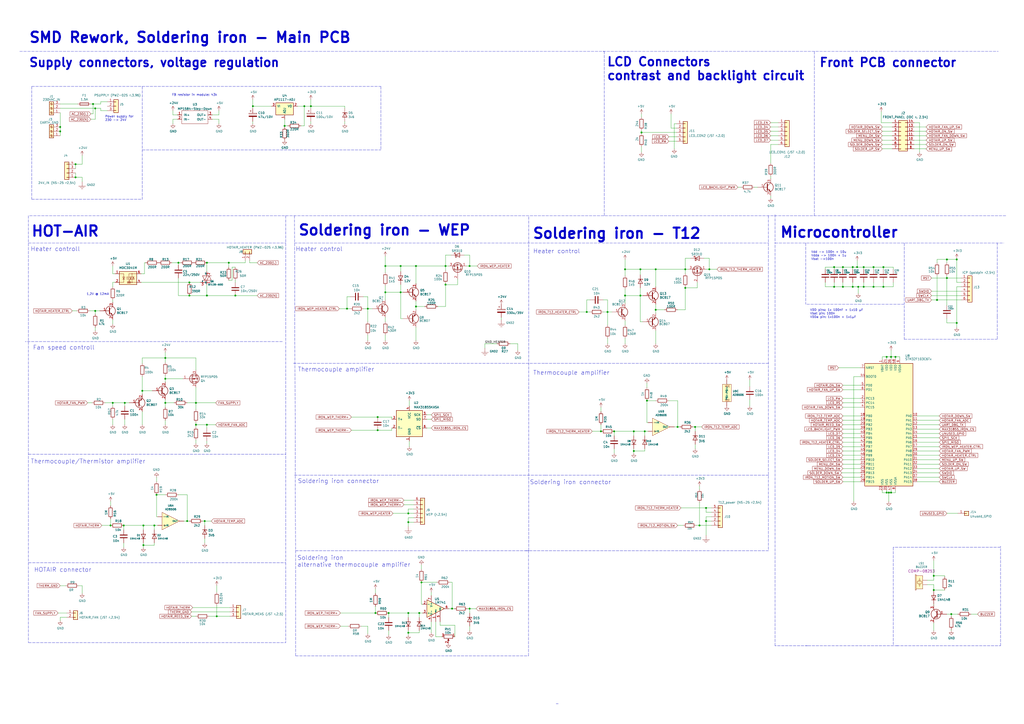
<source format=kicad_sch>
(kicad_sch (version 20211123) (generator eeschema)
  (paper "A2")
  (junction (at 541.655 342.265))
  (junction (at 272.415 353.06))
  (junction (at 405.765 304.8))
  (junction (at 219.075 249.555))
  (junction (at 258.445 154.305))
  (junction (at 348.615 250.19))
  (junction (at 180.34 61.595))
  (junction (at 223.52 169.545))
  (junction (at 232.41 169.545))
  (junction (at 43.815 95.25))
  (junction (at 362.585 156.21))
  (junction (at 397.51 156.21))
  (junction (at 71.755 304.8))
  (junction (at 512.445 166.37))
  (junction (at 409.575 294.64))
  (junction (at 109.855 171.45))
  (junction (at 516.89 285.75))
  (junction (at 483.87 166.37))
  (junction (at 146.685 61.595))
  (junction (at 515.62 285.75))
  (junction (at 95.885 207.645))
  (junction (at 356.235 250.19))
  (junction (at 176.53 61.595))
  (junction (at 244.475 337.82))
  (junction (at 243.205 355.6))
  (junction (at 236.855 355.6))
  (junction (at 258.445 165.1))
  (junction (at 82.55 226.695))
  (junction (at 371.475 171.45))
  (junction (at 393.065 247.65))
  (junction (at 225.425 355.6))
  (junction (at 132.715 152.4))
  (junction (at 512.445 154.94))
  (junction (at 83.185 316.23))
  (junction (at 554.99 150.495))
  (junction (at 83.185 304.8))
  (junction (at 213.36 179.07))
  (junction (at 501.015 154.94))
  (junction (at 65.405 233.68))
  (junction (at 120.015 246.38))
  (junction (at 262.255 353.06))
  (junction (at 219.075 241.935))
  (junction (at 501.015 166.37))
  (junction (at 403.225 247.65))
  (junction (at 411.48 156.21))
  (junction (at 120.015 171.45))
  (junction (at 541.655 334.01))
  (junction (at 375.285 232.41))
  (junction (at 136.525 171.45))
  (junction (at 340.36 180.975))
  (junction (at 241.3 154.305))
  (junction (at 519.43 207.01))
  (junction (at 497.205 154.94))
  (junction (at 494.665 154.94))
  (junction (at 514.35 285.75))
  (junction (at 352.425 180.975))
  (junction (at 488.95 154.94))
  (junction (at 118.745 302.26))
  (junction (at 374.015 250.19))
  (junction (at 113.665 246.38))
  (junction (at 506.73 166.37))
  (junction (at 89.535 304.8))
  (junction (at 236.855 367.03))
  (junction (at 236.855 302.895))
  (junction (at 367.665 261.62))
  (junction (at 108.585 302.26))
  (junction (at 232.41 154.305))
  (junction (at 64.135 304.8))
  (junction (at 514.35 207.01))
  (junction (at 367.665 250.19))
  (junction (at 223.52 154.305))
  (junction (at 217.805 355.6))
  (junction (at 201.295 179.07))
  (junction (at 90.805 287.02))
  (junction (at 516.89 207.01))
  (junction (at 372.11 76.835))
  (junction (at 506.73 154.94))
  (junction (at 236.855 297.815))
  (junction (at 43.815 102.87))
  (junction (at 549.275 161.29))
  (junction (at 241.3 177.8))
  (junction (at 362.585 171.45))
  (junction (at 34.925 76.2))
  (junction (at 120.015 152.4))
  (junction (at 543.56 173.99))
  (junction (at 165.1 73.025))
  (junction (at 95.885 233.68))
  (junction (at 551.815 356.235))
  (junction (at 272.415 154.305))
  (junction (at 409.575 302.26))
  (junction (at 72.39 233.68))
  (junction (at 103.505 152.4))
  (junction (at 380.365 179.705))
  (junction (at 549.275 150.495))
  (junction (at 397.51 167.005))
  (junction (at 34.925 73.66))
  (junction (at 109.855 163.83))
  (junction (at 53.975 60.325))
  (junction (at 125.73 357.505))
  (junction (at 497.84 166.37))
  (junction (at 488.95 166.37))
  (junction (at 494.665 166.37))
  (junction (at 371.475 156.21))
  (junction (at 554.99 187.325))
  (junction (at 55.245 62.865))
  (junction (at 483.87 154.94))
  (junction (at 95.885 219.71))
  (junction (at 113.665 233.68))
  (junction (at 380.365 156.21))
  (junction (at 55.245 180.34))
  (wire (pts (xy 397.51 149.86) (xy 397.51 156.21)))
  (polyline (pts (xy 467.995 176.53) (xy 524.51 176.53)))
  (wire (pts (xy 543.56 173.99) (xy 557.53 173.99)))
  (wire (pts (xy 272.415 154.305) (xy 276.86 154.305)))
  (wire (pts (xy 544.83 243.84) (xy 532.13 243.84)))
  (polyline (pts (xy 18.415 50.165) (xy 220.98 50.165)))
  (wire (pts (xy 103.505 171.45) (xy 103.505 161.29)))
  (wire (pts (xy 52.705 60.325) (xy 53.975 60.325)))
  (wire (pts (xy 515.62 290.83) (xy 515.62 285.75)))
  (wire (pts (xy 380.365 176.53) (xy 380.365 179.705)))
  (wire (pts (xy 530.225 76.2) (xy 537.21 76.2)))
  (wire (pts (xy 109.855 171.45) (xy 103.505 171.45)))
  (wire (pts (xy 108.585 287.02) (xy 108.585 302.26)))
  (wire (pts (xy 113.665 257.175) (xy 113.665 255.27)))
  (wire (pts (xy 499.11 279.4) (xy 488.95 279.4)))
  (wire (pts (xy 517.525 78.74) (xy 511.81 78.74)))
  (wire (pts (xy 488.95 276.86) (xy 499.11 276.86)))
  (wire (pts (xy 549.275 161.29) (xy 549.275 177.165)))
  (wire (pts (xy 497.205 154.94) (xy 501.015 154.94)))
  (wire (pts (xy 65.405 163.83) (xy 65.405 166.37)))
  (wire (pts (xy 519.43 207.01) (xy 521.97 207.01)))
  (wire (pts (xy 362.585 171.45) (xy 371.475 171.45)))
  (wire (pts (xy 397.51 156.21) (xy 397.51 158.75)))
  (wire (pts (xy 362.585 171.45) (xy 362.585 175.895)))
  (wire (pts (xy 180.34 61.595) (xy 200.025 61.595)))
  (wire (pts (xy 374.015 250.19) (xy 374.015 252.73)))
  (wire (pts (xy 544.83 251.46) (xy 532.13 251.46)))
  (polyline (pts (xy 350.52 29.845) (xy 349.885 29.845)))
  (wire (pts (xy 45.72 339.725) (xy 47.625 339.725)))
  (wire (pts (xy 236.855 302.895) (xy 240.03 302.895)))
  (wire (pts (xy 499.11 243.84) (xy 488.95 243.84)))
  (wire (pts (xy 343.535 250.19) (xy 348.615 250.19)))
  (wire (pts (xy 254 177.8) (xy 258.445 177.8)))
  (wire (pts (xy 499.11 266.7) (xy 488.95 266.7)))
  (wire (pts (xy 65.405 163.83) (xy 66.675 163.83)))
  (wire (pts (xy 47.625 339.725) (xy 47.625 344.17)))
  (wire (pts (xy 544.83 279.4) (xy 532.13 279.4)))
  (wire (pts (xy 241.3 154.305) (xy 241.3 164.465)))
  (wire (pts (xy 393.065 232.41) (xy 393.065 247.65)))
  (wire (pts (xy 403.225 257.81) (xy 403.225 260.35)))
  (wire (pts (xy 201.295 179.07) (xy 196.85 179.07)))
  (wire (pts (xy 203.2 179.07) (xy 201.295 179.07)))
  (wire (pts (xy 271.145 353.06) (xy 272.415 353.06)))
  (wire (pts (xy 544.83 248.92) (xy 532.13 248.92)))
  (wire (pts (xy 111.76 352.425) (xy 133.35 352.425)))
  (wire (pts (xy 95.885 207.645) (xy 113.665 207.645)))
  (polyline (pts (xy 163.83 198.12) (xy 14.605 198.12)))
  (wire (pts (xy 225.425 368.3) (xy 225.425 365.76)))
  (wire (pts (xy 488.95 251.46) (xy 499.11 251.46)))
  (wire (pts (xy 52.705 66.04) (xy 53.975 66.04)))
  (wire (pts (xy 537.21 73.66) (xy 530.225 73.66)))
  (wire (pts (xy 362.585 196.215) (xy 362.585 199.39)))
  (wire (pts (xy 532.13 264.16) (xy 544.83 264.16)))
  (wire (pts (xy 118.745 312.42) (xy 118.745 314.96)))
  (wire (pts (xy 113.665 246.38) (xy 120.015 246.38)))
  (wire (pts (xy 252.73 369.316) (xy 252.73 360.68)))
  (wire (pts (xy 236.855 367.03) (xy 236.855 368.3)))
  (wire (pts (xy 533.4 71.12) (xy 533.4 88.265)))
  (wire (pts (xy 227.33 248.285) (xy 227.33 249.555)))
  (wire (pts (xy 516.89 285.75) (xy 519.43 285.75)))
  (wire (pts (xy 240.03 290.195) (xy 234.315 290.195)))
  (wire (pts (xy 506.73 154.94) (xy 512.445 154.94)))
  (polyline (pts (xy 322.58 408.305) (xy 323.85 408.305)))
  (wire (pts (xy 537.845 339.09) (xy 541.655 339.09)))
  (wire (pts (xy 118.745 302.26) (xy 122.555 302.26)))
  (wire (pts (xy 223.52 148.59) (xy 223.52 154.305)))
  (wire (pts (xy 83.185 314.96) (xy 83.185 316.23)))
  (wire (pts (xy 497.84 166.37) (xy 494.665 166.37)))
  (wire (pts (xy 113.665 237.49) (xy 113.665 233.68)))
  (polyline (pts (xy 16.51 140.97) (xy 165.735 140.97)))
  (wire (pts (xy 272.415 363.22) (xy 272.415 365.76)))
  (wire (pts (xy 201.295 172.085) (xy 203.2 172.085)))
  (wire (pts (xy 250.19 343.535) (xy 250.19 345.44)))
  (wire (pts (xy 380.365 232.41) (xy 375.285 232.41)))
  (wire (pts (xy 132.715 162.56) (xy 134.62 162.56)))
  (wire (pts (xy 53.975 66.04) (xy 53.975 60.325)))
  (wire (pts (xy 123.19 66.675) (xy 127 66.675)))
  (wire (pts (xy 52.07 180.34) (xy 55.245 180.34)))
  (polyline (pts (xy 449.58 140.97) (xy 582.295 140.97)))
  (wire (pts (xy 109.855 163.83) (xy 81.915 163.83)))
  (wire (pts (xy 544.83 261.62) (xy 532.13 261.62)))
  (wire (pts (xy 412.75 297.18) (xy 409.575 297.18)))
  (wire (pts (xy 66.675 158.75) (xy 65.405 158.75)))
  (wire (pts (xy 499.11 246.38) (xy 488.95 246.38)))
  (wire (pts (xy 409.575 294.64) (xy 409.575 297.18)))
  (wire (pts (xy 447.04 114.935) (xy 447.04 113.665)))
  (wire (pts (xy 387.985 232.41) (xy 393.065 232.41)))
  (wire (pts (xy 488.95 163.83) (xy 488.95 166.37)))
  (wire (pts (xy 403.225 247.65) (xy 403.225 250.19)))
  (wire (pts (xy 408.305 149.86) (xy 411.48 149.86)))
  (wire (pts (xy 447.04 73.66) (xy 451.485 73.66)))
  (wire (pts (xy 241.3 189.865) (xy 241.3 197.485)))
  (wire (pts (xy 213.36 197.485) (xy 213.36 194.31)))
  (wire (pts (xy 478.79 154.94) (xy 483.87 154.94)))
  (wire (pts (xy 213.36 172.085) (xy 213.36 179.07)))
  (wire (pts (xy 429.895 108.585) (xy 427.99 108.585)))
  (polyline (pts (xy 449.58 124.46) (xy 449.58 140.97)))
  (wire (pts (xy 447.04 76.2) (xy 451.485 76.2)))
  (wire (pts (xy 144.78 151.13) (xy 144.78 152.4)))
  (polyline (pts (xy 445.77 125.095) (xy 445.77 319.405)))
  (wire (pts (xy 518.16 166.37) (xy 512.445 166.37)))
  (wire (pts (xy 447.04 94.615) (xy 447.04 83.82)))
  (wire (pts (xy 549.275 187.325) (xy 554.99 187.325)))
  (wire (pts (xy 541.655 342.265) (xy 541.655 342.9)))
  (wire (pts (xy 516.89 203.2) (xy 516.89 207.01)))
  (wire (pts (xy 58.42 60.325) (xy 58.42 59.055)))
  (wire (pts (xy 497.205 151.13) (xy 497.205 154.94)))
  (wire (pts (xy 372.11 75.565) (xy 372.11 76.835)))
  (wire (pts (xy 380.365 179.705) (xy 380.365 181.61)))
  (polyline (pts (xy 171.45 380.492) (xy 306.578 380.492)))
  (wire (pts (xy 497.84 170.18) (xy 497.84 166.37)))
  (wire (pts (xy 258.445 165.1) (xy 265.43 165.1)))
  (wire (pts (xy 132.715 154.94) (xy 132.715 152.4)))
  (wire (pts (xy 223.52 154.305) (xy 223.52 158.115)))
  (wire (pts (xy 362.585 167.64) (xy 362.585 171.45)))
  (wire (pts (xy 180.34 61.595) (xy 180.34 57.785)))
  (wire (pts (xy 409.575 156.21) (xy 411.48 156.21)))
  (wire (pts (xy 213.36 186.69) (xy 213.36 179.07)))
  (wire (pts (xy 65.405 233.68) (xy 72.39 233.68)))
  (wire (pts (xy 50.8 233.68) (xy 53.34 233.68)))
  (polyline (pts (xy 472.44 29.845) (xy 472.44 125.095)))
  (wire (pts (xy 483.87 156.21) (xy 483.87 154.94)))
  (wire (pts (xy 217.805 351.79) (xy 217.805 355.6)))
  (wire (pts (xy 210.82 172.085) (xy 213.36 172.085)))
  (polyline (pts (xy 170.815 125.095) (xy 171.45 318.77)))
  (wire (pts (xy 236.855 300.355) (xy 236.855 302.895)))
  (wire (pts (xy 262.255 353.06) (xy 263.525 353.06)))
  (wire (pts (xy 72.39 243.205) (xy 72.39 246.38)))
  (wire (pts (xy 499.11 271.78) (xy 488.95 271.78)))
  (wire (pts (xy 483.87 163.83) (xy 483.87 166.37)))
  (wire (pts (xy 371.475 186.69) (xy 372.745 186.69)))
  (wire (pts (xy 241.3 177.8) (xy 241.3 179.705)))
  (wire (pts (xy 512.445 166.37) (xy 506.73 166.37)))
  (wire (pts (xy 64.135 290.83) (xy 64.135 293.37)))
  (wire (pts (xy 83.185 304.8) (xy 83.185 307.34)))
  (wire (pts (xy 549.275 152.4) (xy 549.275 150.495)))
  (polyline (pts (xy 316.23 210.82) (xy 445.77 210.82)))
  (wire (pts (xy 412.75 294.64) (xy 409.575 294.64)))
  (polyline (pts (xy 580.39 374.65) (xy 580.39 316.865)))
  (wire (pts (xy 549.275 297.815) (xy 555.625 297.815)))
  (wire (pts (xy 290.83 184.15) (xy 290.83 185.42)))
  (wire (pts (xy 405.765 281.94) (xy 405.765 283.845)))
  (wire (pts (xy 71.755 317.5) (xy 71.755 314.96)))
  (wire (pts (xy 89.535 304.8) (xy 89.535 307.34)))
  (wire (pts (xy 516.89 285.75) (xy 516.89 284.48)))
  (wire (pts (xy 397.51 156.21) (xy 399.415 156.21)))
  (wire (pts (xy 551.815 365.125) (xy 551.815 365.76)))
  (wire (pts (xy 512.445 163.83) (xy 512.445 166.37)))
  (wire (pts (xy 544.83 274.32) (xy 532.13 274.32)))
  (wire (pts (xy 405.765 291.465) (xy 405.765 304.8)))
  (wire (pts (xy 506.73 156.21) (xy 506.73 154.94)))
  (wire (pts (xy 113.665 233.68) (xy 108.585 233.68)))
  (wire (pts (xy 375.285 232.41) (xy 375.285 245.11)))
  (wire (pts (xy 47.625 102.87) (xy 47.625 105.41)))
  (wire (pts (xy 371.475 171.45) (xy 371.475 186.69)))
  (wire (pts (xy 260.35 353.06) (xy 262.255 353.06)))
  (polyline (pts (xy 520.7 374.65) (xy 467.36 374.65)))
  (wire (pts (xy 233.68 169.545) (xy 232.41 169.545)))
  (wire (pts (xy 83.185 316.23) (xy 83.185 317.5)))
  (wire (pts (xy 352.425 180.975) (xy 354.965 180.975)))
  (wire (pts (xy 499.11 236.22) (xy 488.95 236.22)))
  (wire (pts (xy 243.205 365.76) (xy 243.205 367.03)))
  (wire (pts (xy 258.445 165.1) (xy 258.445 177.8)))
  (wire (pts (xy 227.33 249.555) (xy 219.075 249.555)))
  (wire (pts (xy 447.04 78.74) (xy 451.485 78.74)))
  (wire (pts (xy 123.19 69.215) (xy 127 69.215)))
  (wire (pts (xy 65.405 233.68) (xy 65.405 235.585)))
  (wire (pts (xy 554.99 150.495) (xy 554.99 163.83)))
  (wire (pts (xy 120.015 165.1) (xy 120.015 171.45)))
  (wire (pts (xy 514.35 207.01) (xy 516.89 207.01)))
  (wire (pts (xy 59.055 304.8) (xy 64.135 304.8)))
  (wire (pts (xy 120.015 171.45) (xy 136.525 171.45)))
  (wire (pts (xy 125.095 233.68) (xy 113.665 233.68)))
  (wire (pts (xy 203.835 241.935) (xy 219.075 241.935)))
  (wire (pts (xy 250.19 360.68) (xy 250.19 367.03)))
  (wire (pts (xy 127 66.675) (xy 127 64.135)))
  (wire (pts (xy 34.925 76.2) (xy 34.925 78.74)))
  (wire (pts (xy 409.575 299.72) (xy 409.575 302.26)))
  (wire (pts (xy 258.445 164.465) (xy 258.445 165.1)))
  (polyline (pts (xy 17.145 125.095) (xy 583.565 125.095)))
  (wire (pts (xy 99.695 152.4) (xy 103.505 152.4)))
  (wire (pts (xy 125.73 351.155) (xy 125.73 357.505)))
  (wire (pts (xy 232.41 184.785) (xy 233.68 184.785)))
  (wire (pts (xy 394.97 294.64) (xy 409.575 294.64)))
  (wire (pts (xy 393.065 179.705) (xy 397.51 179.705)))
  (wire (pts (xy 34.925 358.14) (xy 38.735 358.14)))
  (wire (pts (xy 106.68 302.26) (xy 108.585 302.26)))
  (wire (pts (xy 243.205 355.6) (xy 243.205 358.14)))
  (wire (pts (xy 83.82 158.75) (xy 81.915 158.75)))
  (polyline (pts (xy 520.065 374.65) (xy 580.39 374.65)))
  (polyline (pts (xy 220.98 82.55) (xy 220.98 86.995)))
  (wire (pts (xy 223.52 184.15) (xy 223.52 186.69)))
  (wire (pts (xy 340.36 180.975) (xy 335.915 180.975)))
  (wire (pts (xy 232.41 165.1) (xy 232.41 169.545)))
  (polyline (pts (xy 524.51 177.165) (xy 524.51 196.85)))
  (wire (pts (xy 551.815 356.235) (xy 549.275 356.235)))
  (wire (pts (xy 389.255 66.04) (xy 389.255 74.295)))
  (wire (pts (xy 43.815 102.87) (xy 43.815 100.33)))
  (wire (pts (xy 244.475 350.52) (xy 245.11 350.52)))
  (wire (pts (xy 120.015 248.285) (xy 120.015 246.38)))
  (wire (pts (xy 258.445 154.305) (xy 258.445 156.845)))
  (wire (pts (xy 244.475 337.82) (xy 244.475 350.52)))
  (wire (pts (xy 132.715 152.4) (xy 142.24 152.4)))
  (wire (pts (xy 223.52 154.305) (xy 232.41 154.305)))
  (wire (pts (xy 393.065 247.65) (xy 394.335 247.65)))
  (wire (pts (xy 409.575 302.26) (xy 409.575 310.515)))
  (wire (pts (xy 146.685 62.865) (xy 146.685 61.595)))
  (wire (pts (xy 82.55 238.76) (xy 82.55 246.38)))
  (wire (pts (xy 172.72 61.595) (xy 176.53 61.595)))
  (wire (pts (xy 71.755 304.8) (xy 71.755 307.34)))
  (wire (pts (xy 548.005 342.265) (xy 541.655 342.265)))
  (wire (pts (xy 243.205 355.6) (xy 245.11 355.6)))
  (polyline (pts (xy 306.578 380.492) (xy 306.578 319.278)))
  (wire (pts (xy 478.79 166.37) (xy 483.87 166.37)))
  (wire (pts (xy 499.11 254) (xy 488.95 254)))
  (wire (pts (xy 483.87 154.94) (xy 488.95 154.94)))
  (wire (pts (xy 511.81 83.82) (xy 517.525 83.82)))
  (wire (pts (xy 544.83 254) (xy 532.13 254)))
  (polyline (pts (xy 82.55 86.995) (xy 220.98 86.995)))
  (wire (pts (xy 300.355 199.39) (xy 295.91 199.39)))
  (wire (pts (xy 352.425 173.99) (xy 352.425 180.975)))
  (wire (pts (xy 225.425 355.6) (xy 236.855 355.6)))
  (wire (pts (xy 244.475 327.66) (xy 244.475 330.2)))
  (wire (pts (xy 236.855 355.6) (xy 243.205 355.6)))
  (wire (pts (xy 434.975 224.155) (xy 434.975 220.345)))
  (wire (pts (xy 411.48 149.86) (xy 411.48 156.21)))
  (wire (pts (xy 65.405 187.96) (xy 65.405 185.42)))
  (wire (pts (xy 213.36 179.07) (xy 215.9 179.07)))
  (wire (pts (xy 200.025 71.755) (xy 200.025 70.485)))
  (wire (pts (xy 95.885 207.645) (xy 95.885 210.185)))
  (wire (pts (xy 281.305 199.39) (xy 281.305 201.93)))
  (wire (pts (xy 401.955 247.65) (xy 403.225 247.65)))
  (wire (pts (xy 43.815 102.87) (xy 47.625 102.87)))
  (wire (pts (xy 90.805 287.02) (xy 90.805 299.72)))
  (wire (pts (xy 47.625 95.25) (xy 47.625 90.17)))
  (wire (pts (xy 397.51 167.005) (xy 404.495 167.005)))
  (wire (pts (xy 372.745 171.45) (xy 371.475 171.45)))
  (wire (pts (xy 55.245 62.865) (xy 58.42 62.865)))
  (wire (pts (xy 44.45 180.34) (xy 41.91 180.34)))
  (polyline (pts (xy 468.63 374.65) (xy 449.58 374.65)))
  (wire (pts (xy 117.475 302.26) (xy 118.745 302.26)))
  (wire (pts (xy 82.55 218.44) (xy 82.55 226.695)))
  (wire (pts (xy 563.245 356.235) (xy 567.055 356.235)))
  (wire (pts (xy 102.87 69.215) (xy 100.33 69.215)))
  (wire (pts (xy 95.885 233.68) (xy 95.885 231.775)))
  (wire (pts (xy 223.52 169.545) (xy 223.52 173.99)))
  (wire (pts (xy 530.225 81.28) (xy 537.21 81.28)))
  (wire (pts (xy 541.655 351.155) (xy 541.655 350.52)))
  (wire (pts (xy 541.655 336.55) (xy 541.655 334.01)))
  (wire (pts (xy 380.365 179.705) (xy 385.445 179.705)))
  (wire (pts (xy 90.805 276.86) (xy 90.805 279.4)))
  (wire (pts (xy 165.1 73.025) (xy 165.1 73.66)))
  (wire (pts (xy 367.665 250.19) (xy 374.015 250.19)))
  (wire (pts (xy 64.135 300.99) (xy 64.135 304.8)))
  (wire (pts (xy 518.16 154.94) (xy 518.16 156.21)))
  (wire (pts (xy 387.985 79.375) (xy 392.43 79.375)))
  (wire (pts (xy 120.015 246.38) (xy 125.095 246.38)))
  (wire (pts (xy 439.42 108.585) (xy 437.515 108.585)))
  (polyline (pts (xy 16.51 372.745) (xy 165.735 372.745)))
  (wire (pts (xy 352.425 199.39) (xy 352.425 196.215)))
  (wire (pts (xy 499.11 274.32) (xy 488.315 274.32)))
  (wire (pts (xy 83.185 304.8) (xy 89.535 304.8)))
  (wire (pts (xy 375.285 222.25) (xy 375.285 224.79)))
  (wire (pts (xy 532.13 276.86) (xy 544.83 276.86)))
  (wire (pts (xy 227.965 297.815) (xy 236.855 297.815)))
  (wire (pts (xy 240.03 295.275) (xy 236.855 295.275)))
  (wire (pts (xy 537.845 336.55) (xy 541.655 336.55)))
  (wire (pts (xy 488.95 264.16) (xy 499.11 264.16)))
  (wire (pts (xy 367.665 260.35) (xy 367.665 261.62)))
  (wire (pts (xy 512.445 154.94) (xy 518.16 154.94)))
  (wire (pts (xy 260.985 337.82) (xy 262.255 337.82)))
  (wire (pts (xy 549.275 184.785) (xy 549.275 187.325)))
  (wire (pts (xy 514.35 207.01) (xy 511.81 207.01)))
  (wire (pts (xy 227.33 243.205) (xy 227.33 241.935)))
  (polyline (pts (xy 16.51 326.39) (xy 165.735 326.39)))
  (wire (pts (xy 111.125 354.965) (xy 133.35 354.965)))
  (wire (pts (xy 511.81 207.01) (xy 511.81 208.28)))
  (wire (pts (xy 499.11 226.06) (xy 488.95 226.06)))
  (wire (pts (xy 55.245 189.865) (xy 55.245 191.77)))
  (wire (pts (xy 223.52 194.31) (xy 223.52 197.485)))
  (wire (pts (xy 494.665 154.94) (xy 494.665 156.21)))
  (wire (pts (xy 103.505 287.02) (xy 108.585 287.02)))
  (wire (pts (xy 82.55 226.695) (xy 82.55 228.6)))
  (wire (pts (xy 65.405 173.99) (xy 65.405 175.26)))
  (wire (pts (xy 232.41 154.305) (xy 232.41 157.48)))
  (wire (pts (xy 258.445 154.305) (xy 260.35 154.305)))
  (wire (pts (xy 362.585 156.21) (xy 362.585 160.02)))
  (wire (pts (xy 541.655 334.01) (xy 541.655 325.12)))
  (wire (pts (xy 501.015 163.83) (xy 501.015 166.37)))
  (wire (pts (xy 90.805 299.72) (xy 91.44 299.72)))
  (wire (pts (xy 356.235 250.19) (xy 356.235 252.73)))
  (wire (pts (xy 511.81 73.66) (xy 517.525 73.66)))
  (wire (pts (xy 375.285 245.11) (xy 375.92 245.11)))
  (wire (pts (xy 517.525 76.2) (xy 511.81 76.2)))
  (wire (pts (xy 133.35 357.505) (xy 125.73 357.505)))
  (wire (pts (xy 447.04 103.505) (xy 447.04 102.235)))
  (polyline (pts (xy 518.16 317.5) (xy 518.16 374.65)))
  (wire (pts (xy 95.885 221.615) (xy 95.885 219.71)))
  (wire (pts (xy 488.95 154.94) (xy 494.665 154.94)))
  (wire (pts (xy 405.765 304.8) (xy 412.75 304.8)))
  (wire (pts (xy 120.015 152.4) (xy 120.015 157.48)))
  (wire (pts (xy 532.13 271.78) (xy 544.83 271.78)))
  (polyline (pts (xy 18.415 50.165) (xy 18.415 115.57)))
  (wire (pts (xy 272.415 353.06) (xy 272.415 355.6)))
  (polyline (pts (xy 578.485 183.515) (xy 578.485 196.85)))
  (wire (pts (xy 548.005 334.645) (xy 548.005 334.01)))
  (wire (pts (xy 88.265 226.695) (xy 82.55 226.695)))
  (wire (pts (xy 404.495 167.005) (xy 404.495 163.83)))
  (wire (pts (xy 514.35 208.28) (xy 514.35 207.01)))
  (wire (pts (xy 342.265 180.975) (xy 340.36 180.975)))
  (wire (pts (xy 256.286 369.316) (xy 252.73 369.316)))
  (wire (pts (xy 272.415 147.955) (xy 272.415 154.305)))
  (wire (pts (xy 146.685 71.755) (xy 146.685 70.485)))
  (polyline (pts (xy 350.52 125.095) (xy 350.52 29.845)))
  (wire (pts (xy 494.665 154.94) (xy 497.205 154.94)))
  (wire (pts (xy 55.245 180.34) (xy 55.245 182.245)))
  (polyline (pts (xy 171.45 319.405) (xy 306.705 319.405)))
  (wire (pts (xy 53.975 60.325) (xy 58.42 60.325)))
  (polyline (pts (xy 18.415 115.57) (xy 82.55 115.57)))
  (wire (pts (xy 447.04 83.82) (xy 451.485 83.82)))
  (wire (pts (xy 548.005 334.01) (xy 541.655 334.01)))
  (wire (pts (xy 83.82 152.4) (xy 83.82 158.75)))
  (wire (pts (xy 125.73 339.725) (xy 125.73 343.535)))
  (wire (pts (xy 225.425 355.6) (xy 225.425 358.14)))
  (wire (pts (xy 511.81 285.75) (xy 511.81 284.48)))
  (wire (pts (xy 549.275 150.495) (xy 554.99 150.495)))
  (wire (pts (xy 403.225 247.65) (xy 407.035 247.65)))
  (wire (pts (xy 544.83 266.7) (xy 532.13 266.7)))
  (wire (pts (xy 362.585 150.495) (xy 362.585 156.21)))
  (wire (pts (xy 372.11 76.835) (xy 372.11 77.47)))
  (wire (pts (xy 362.585 156.21) (xy 371.475 156.21)))
  (wire (pts (xy 71.755 304.8) (xy 83.185 304.8)))
  (wire (pts (xy 113.665 224.79) (xy 113.665 233.68)))
  (wire (pts (xy 488.95 233.68) (xy 499.11 233.68)))
  (wire (pts (xy 397.51 166.37) (xy 397.51 167.005)))
  (wire (pts (xy 106.045 219.71) (xy 95.885 219.71)))
  (polyline (pts (xy 165.735 125.095) (xy 165.735 372.745)))
  (wire (pts (xy 84.455 152.4) (xy 83.82 152.4)))
  (wire (pts (xy 270.51 154.305) (xy 272.415 154.305)))
  (wire (pts (xy 488.95 259.08) (xy 499.11 259.08)))
  (wire (pts (xy 157.48 61.595) (xy 146.685 61.595)))
  (wire (pts (xy 60.96 233.68) (xy 65.405 233.68)))
  (wire (pts (xy 34.925 62.865) (xy 55.245 62.865)))
  (wire (pts (xy 495.3 290.83) (xy 495.3 218.44)))
  (wire (pts (xy 201.295 172.085) (xy 201.295 179.07)))
  (wire (pts (xy 146.685 61.595) (xy 146.685 57.785)))
  (wire (pts (xy 515.62 285.75) (xy 516.89 285.75)))
  (wire (pts (xy 494.665 166.37) (xy 494.665 163.83)))
  (wire (pts (xy 209.55 363.22) (xy 213.36 363.22)))
  (wire (pts (xy 478.79 163.83) (xy 478.79 166.37)))
  (wire (pts (xy 544.83 256.54) (xy 532.13 256.54)))
  (wire (pts (xy 180.34 71.755) (xy 180.34 70.485)))
  (wire (pts (xy 499.11 248.92) (xy 488.95 248.92)))
  (polyline (pts (xy 82.55 50.165) (xy 82.55 115.57)))
  (polyline (pts (xy 11.43 29.845) (xy 579.12 29.845)))
  (wire (pts (xy 447.04 71.12) (xy 451.485 71.12)))
  (wire (pts (xy 265.43 165.1) (xy 265.43 161.925)))
  (wire (pts (xy 136.525 171.45) (xy 149.225 171.45)))
  (wire (pts (xy 43.815 97.79) (xy 43.815 95.25)))
  (wire (pts (xy 203.835 249.555) (xy 219.075 249.555)))
  (wire (pts (xy 362.585 186.055) (xy 362.585 188.595)))
  (wire (pts (xy 247.65 240.665) (xy 250.19 240.665)))
  (wire (pts (xy 125.73 357.505) (xy 121.285 357.505)))
  (wire (pts (xy 537.21 78.74) (xy 530.225 78.74)))
  (wire (pts (xy 486.41 213.36) (xy 499.11 213.36)))
  (wire (pts (xy 95.885 204.47) (xy 95.885 207.645)))
  (wire (pts (xy 411.48 156.21) (xy 415.925 156.21)))
  (wire (pts (xy 197.485 355.6) (xy 217.805 355.6)))
  (polyline (pts (xy 580.39 317.5) (xy 518.16 317.5)))
  (wire (pts (xy 223.52 169.545) (xy 232.41 169.545)))
  (wire (pts (xy 380.365 156.21) (xy 380.365 166.37)))
  (wire (pts (xy 100.33 69.215) (xy 100.33 71.755)))
  (wire (pts (xy 512.445 156.21) (xy 512.445 154.94)))
  (wire (pts (xy 241.3 154.305) (xy 258.445 154.305)))
  (polyline (pts (xy 171.45 319.278) (xy 171.45 380.492)))
  (wire (pts (xy 397.51 167.005) (xy 397.51 179.705)))
  (wire (pts (xy 34.925 73.66) (xy 34.925 76.2)))
  (wire (pts (xy 374.015 260.35) (xy 374.015 261.62)))
  (wire (pts (xy 340.36 173.99) (xy 340.36 180.975)))
  (wire (pts (xy 434.975 235.585) (xy 434.975 231.775)))
  (wire (pts (xy 236.855 302.895) (xy 236.855 305.435)))
  (wire (pts (xy 104.775 152.4) (xy 103.505 152.4)))
  (wire (pts (xy 488.95 256.54) (xy 499.11 256.54)))
  (wire (pts (xy 113.665 245.11) (xy 113.665 246.38)))
  (wire (pts (xy 488.95 269.24) (xy 499.11 269.24)))
  (wire (pts (xy 65.405 158.75) (xy 65.405 154.305)))
  (wire (pts (xy 488.95 166.37) (xy 494.665 166.37)))
  (wire (pts (xy 367.665 250.19) (xy 367.665 252.73)))
  (wire (pts (xy 262.255 337.82) (xy 262.255 353.06)))
  (wire (pts (xy 65.405 243.205) (xy 65.405 246.38)))
  (wire (pts (xy 109.855 171.45) (xy 120.015 171.45)))
  (wire (pts (xy 95.885 219.71) (xy 95.885 217.805)))
  (wire (pts (xy 514.35 284.48) (xy 514.35 285.75)))
  (wire (pts (xy 540.385 171.45) (xy 557.53 171.45)))
  (wire (pts (xy 514.35 285.75) (xy 511.81 285.75)))
  (wire (pts (xy 237.49 232.41) (xy 237.49 235.585)))
  (wire (pts (xy 348.615 236.22) (xy 348.615 238.76)))
  (wire (pts (xy 540.385 161.29) (xy 549.275 161.29)))
  (wire (pts (xy 403.86 304.8) (xy 405.765 304.8)))
  (wire (pts (xy 393.065 304.8) (xy 396.24 304.8)))
  (wire (pts (xy 263.906 362.712) (xy 263.906 369.316)))
  (wire (pts (xy 543.56 160.02) (xy 543.56 173.99)))
  (wire (pts (xy 34.925 60.325) (xy 45.085 60.325)))
  (wire (pts (xy 52.705 69.215) (xy 55.245 69.215)))
  (wire (pts (xy 499.11 223.52) (xy 488.95 223.52)))
  (wire (pts (xy 501.015 156.21) (xy 501.015 154.94)))
  (wire (pts (xy 554.99 163.83) (xy 557.53 163.83)))
  (wire (pts (xy 371.475 156.21) (xy 380.365 156.21)))
  (wire (pts (xy 519.43 285.75) (xy 519.43 284.48)))
  (wire (pts (xy 167.005 73.025) (xy 165.1 73.025)))
  (wire (pts (xy 554.99 187.325) (xy 554.99 166.37)))
  (wire (pts (xy 391.16 71.755) (xy 392.43 71.755)))
  (wire (pts (xy 241.3 177.8) (xy 246.38 177.8)))
  (wire (pts (xy 261.62 147.955) (xy 258.445 147.955)))
  (wire (pts (xy 241.3 174.625) (xy 241.3 177.8)))
  (wire (pts (xy 82.55 210.82) (xy 82.55 207.645)))
  (wire (pts (xy 543.56 150.495) (xy 543.56 152.4)))
  (wire (pts (xy 113.665 207.645) (xy 113.665 214.63)))
  (wire (pts (xy 554.99 166.37) (xy 557.53 166.37)))
  (wire (pts (xy 82.55 207.645) (xy 95.885 207.645)))
  (wire (pts (xy 537.21 83.82) (xy 530.225 83.82)))
  (wire (pts (xy 348.615 246.38) (xy 348.615 250.19)))
  (wire (pts (xy 243.205 367.03) (xy 236.855 367.03)))
  (wire (pts (xy 58.42 64.135) (xy 58.42 62.865)))
  (wire (pts (xy 400.685 149.86) (xy 397.51 149.86)))
  (wire (pts (xy 55.245 180.34) (xy 57.785 180.34)))
  (wire (pts (xy 349.885 180.975) (xy 352.425 180.975)))
  (wire (pts (xy 483.87 166.37) (xy 488.95 166.37)))
  (wire (pts (xy 236.855 297.815) (xy 240.03 297.815)))
  (wire (pts (xy 340.36 173.99) (xy 342.265 173.99)))
  (polyline (pts (xy 170.815 275.59) (xy 316.23 275.59)))
  (wire (pts (xy 213.36 363.22) (xy 213.36 367.665)))
  (wire (pts (xy 555.625 356.235) (xy 551.815 356.235)))
  (wire (pts (xy 478.79 156.21) (xy 478.79 154.94)))
  (wire (pts (xy 127 69.215) (xy 127 71.755)))
  (wire (pts (xy 521.97 207.01) (xy 521.97 208.28)))
  (wire (pts (xy 255.27 360.68) (xy 255.27 362.712)))
  (wire (pts (xy 530.225 86.36) (xy 537.21 86.36)))
  (wire (pts (xy 391.16 86.36) (xy 391.16 71.755)))
  (polyline (pts (xy 170.18 210.82) (xy 316.23 210.82)))
  (wire (pts (xy 223.52 165.735) (xy 223.52 169.545)))
  (wire (pts (xy 43.815 95.25) (xy 47.625 95.25)))
  (wire (pts (xy 95.885 287.02) (xy 90.805 287.02)))
  (wire (pts (xy 118.745 302.26) (xy 118.745 304.8)))
  (wire (pts (xy 33.655 355.6) (xy 38.735 355.6)))
  (polyline (pts (xy 524.51 196.85) (xy 578.485 196.85)))
  (wire (pts (xy 409.575 302.26) (xy 412.75 302.26)))
  (polyline (pts (xy 304.8 319.405) (xy 445.77 319.405)))
  (wire (pts (xy 549.275 150.495) (xy 543.56 150.495)))
  (wire (pts (xy 549.275 161.29) (xy 557.53 161.29)))
  (wire (pts (xy 544.83 259.08) (xy 532.13 259.08)))
  (wire (pts (xy 227.33 241.935) (xy 219.075 241.935)))
  (wire (pts (xy 89.535 314.96) (xy 89.535 316.23)))
  (wire (pts (xy 176.53 61.595) (xy 180.34 61.595)))
  (wire (pts (xy 506.73 166.37) (xy 501.015 166.37)))
  (wire (pts (xy 74.93 233.68) (xy 72.39 233.68)))
  (wire (pts (xy 100.965 233.68) (xy 95.885 233.68)))
  (wire (pts (xy 501.015 154.94) (xy 506.73 154.94)))
  (wire (pts (xy 255.27 362.712) (xy 263.906 362.712)))
  (wire (pts (xy 371.475 156.21) (xy 371.475 159.385)))
  (wire (pts (xy 517.525 81.28) (xy 511.81 81.28)))
  (wire (pts (xy 518.16 163.83) (xy 518.16 166.37)))
  (wire (pts (xy 372.11 85.09) (xy 372.11 88.265)))
  (wire (pts (xy 197.485 363.22) (xy 201.93 363.22)))
  (polyline (pts (xy 524.51 140.97) (xy 524.51 176.53)))
  (wire (pts (xy 217.805 341.63) (xy 217.805 344.17)))
  (wire (pts (xy 506.73 163.83) (xy 506.73 166.37)))
  (wire (pts (xy 519.43 207.01) (xy 519.43 208.28)))
  (wire (pts (xy 72.39 233.68) (xy 72.39 235.585)))
  (wire (pts (xy 236.855 355.6) (xy 236.855 358.14)))
  (wire (pts (xy 95.885 246.38) (xy 95.885 243.84)))
  (wire (pts (xy 237.49 255.905) (xy 237.49 259.08)))
  (wire (pts (xy 391.16 247.65) (xy 393.065 247.65)))
  (wire (pts (xy 371.475 167.005) (xy 371.475 171.45)))
  (wire (pts (xy 102.87 66.675) (xy 100.33 66.675)))
  (wire (pts (xy 34.925 65.405) (xy 34.925 73.66)))
  (wire (pts (xy 108.585 302.26) (xy 109.855 302.26)))
  (wire (pts (xy 176.53 73.025) (xy 176.53 61.595)))
  (wire (pts (xy 136.525 163.83) (xy 136.525 162.56)))
  (wire (pts (xy 165.1 69.215) (xy 165.1 73.025)))
  (wire (pts (xy 113.665 246.38) (xy 113.665 247.65)))
  (wire (pts (xy 517.525 71.12) (xy 511.175 71.12)))
  (wire (pts (xy 247.65 243.205) (xy 250.19 243.205)))
  (wire (pts (xy 38.1 339.725) (xy 34.925 339.725)))
  (wire (pts (xy 495.3 218.44) (xy 499.11 218.44)))
  (wire (pts (xy 89.535 304.8) (xy 91.44 304.8)))
  (polyline (pts (xy 449.58 374.65) (xy 449.58 140.97)))
  (wire (pts (xy 349.885 173.99) (xy 352.425 173.99)))
  (wire (pts (xy 134.62 154.94) (xy 136.525 154.94)))
  (polyline (pts (xy 467.36 140.97) (xy 467.36 176.53)))
  (wire (pts (xy 544.83 269.24) (xy 532.13 269.24)))
  (polyline (pts (xy 16.51 125.095) (xy 16.51 372.745)))
  (wire (pts (xy 501.015 166.37) (xy 497.84 166.37)))
  (wire (pts (xy 55.245 69.215) (xy 55.245 62.865)))
  (polyline (pts (xy 578.485 183.515) (xy 578.485 140.97)))
  (wire (pts (xy 544.83 241.3) (xy 532.13 241.3)))
  (wire (pts (xy 281.305 199.39) (xy 288.29 199.39)))
  (wire (pts (xy 174.625 73.025) (xy 176.53 73.025)))
  (wire (pts (xy 554.99 189.865) (xy 554.99 187.325)))
  (wire (pts (xy 269.24 147.955) (xy 272.415 147.955)))
  (wire (pts (xy 499.11 231.14) (xy 488.95 231.14)))
  (wire (pts (xy 540.385 173.99) (xy 543.56 173.99)))
  (wire (pts (xy 258.445 147.955) (xy 258.445 154.305)))
  (wire (pts (xy 541.655 339.09) (xy 541.655 342.265)))
  (wire (pts (xy 142.24 152.4) (xy 142.24 151.13)))
  (wire (pts (xy 120.015 152.4) (xy 132.715 152.4)))
  (wire (pts (xy 516.89 207.01) (xy 516.89 208.28)))
  (wire (pts (xy 380.365 191.77) (xy 380.365 199.39)))
  (wire (pts (xy 34.925 360.045) (xy 34.925 358.14)))
  (wire (pts (xy 247.65 248.285) (xy 250.19 248.285)))
  (wire (pts (xy 236.855 365.76) (xy 236.855 367.03)))
  (polyline (pts (xy 170.815 140.97) (xy 445.77 140.97)))
  (polyline (pts (xy 16.51 263.525) (xy 165.735 263.525)))
  (wire (pts (xy 234.315 292.735) (xy 240.03 292.735)))
  (wire (pts (xy 253.365 337.82) (xy 244.475 337.82)))
  (wire (pts (xy 540.385 168.91) (xy 557.53 168.91)))
  (wire (pts (xy 180.34 62.865) (xy 180.34 61.595)))
  (wire (pts (xy 488.95 156.21) (xy 488.95 154.94)))
  (wire (pts (xy 554.99 149.86) (xy 554.99 150.495)))
  (wire (pts (xy 374.015 261.62) (xy 367.665 261.62)))
  (wire (pts (xy 517.525 86.36) (xy 511.81 86.36)))
  (wire (pts (xy 511.175 71.12) (xy 511.175 64.77)))
  (wire (pts (xy 356.235 262.89) (xy 356.235 260.35)))
  (wire (pts (xy 100.33 66.675) (xy 100.33 64.135)))
  (polyline (pts (xy 316.23 275.59) (xy 445.77 275.59)))
  (wire (pts (xy 389.255 74.295) (xy 392.43 74.295)))
  (wire (pts (xy 499.11 261.62) (xy 488.95 261.62)))
  (wire (pts (xy 372.11 76.835) (xy 392.43 76.835)))
  (wire (pts (xy 62.23 64.135) (xy 58.42 64.135)))
  (wire (pts (xy 120.015 257.175) (xy 120.015 255.905)))
  (wire (pts (xy 549.275 160.02) (xy 549.275 161.29)))
  (wire (pts (xy 356.235 250.19) (xy 367.665 250.19)))
  (wire (pts (xy 514.35 285.75) (xy 515.62 285.75)))
  (wire (pts (xy 447.04 81.28) (xy 451.485 81.28)))
  (wire (pts (xy 109.855 163.83) (xy 116.205 163.83)))
  (wire (pts (xy 58.42 59.055) (xy 62.23 59.055)))
  (wire (pts (xy 374.015 250.19) (xy 375.92 250.19)))
  (wire (pts (xy 210.82 179.07) (xy 213.36 179.07)))
  (wire (pts (xy 240.03 300.355) (xy 236.855 300.355)))
  (wire (pts (xy 89.535 316.23) (xy 83.185 316.23)))
  (wire (pts (xy 111.125 357.505) (xy 113.665 357.505)))
  (wire (pts (xy 352.425 188.595) (xy 352.425 180.975)))
  (wire (pts (xy 372.11 66.04) (xy 372.11 67.945)))
  (wire (pts (xy 532.13 246.38) (xy 544.83 246.38)))
  (wire (pts (xy 232.41 154.305) (xy 241.3 154.305)))
  (wire (pts (xy 541.655 365.76) (xy 541.655 361.315)))
  (wire (pts (xy 236.855 295.275) (xy 236.855 297.815)))
  (wire (pts (xy 530.225 71.12) (xy 533.4 71.12)))
  (wire (pts (xy 551.815 356.235) (xy 551.815 357.505)))
  (wire (pts (xy 272.415 353.06) (xy 276.225 353.06)))
  (wire (pts (xy 232.41 169.545) (xy 232.41 184.785)))
  (wire (pts (xy 134.62 162.56) (xy 134.62 154.94)))
  (wire (pts (xy 103.505 152.4) (xy 103.505 153.67)))
  (wire (pts (xy 300.355 199.39) (xy 300.355 203.2)))
  (polyline (pts (xy 306.705 125.73) (xy 306.705 319.405)))
  (wire (pts (xy 367.665 261.62) (xy 367.665 262.89)))
  (wire (pts (xy 516.89 207.01) (xy 519.43 207.01)))
  (polyline (pts (xy 220.98 50.165) (xy 220.98 82.55)))
  (wire (pts (xy 200.025 61.595) (xy 200.025 62.865)))
  (wire (pts (xy 499.11 241.3) (xy 488.95 241.3)))
  (wire (pts (xy 380.365 156.21) (xy 397.51 156.21)))
  (wire (pts (xy 144.78 152.4) (xy 149.225 152.4)))
  (wire (pts (xy 95.885 236.22) (xy 95.885 233.68)))
  (wire (pts (xy 387.985 81.915) (xy 392.43 81.915)))
  (wire (pts (xy 409.575 299.72) (xy 412.75 299.72)))
  (text "FB resistor in module: 43k" (at 99.695 55.88 0) (effects (font (size 1.27 1.27)) (justify left bottom)))
  (text "Soldering iron connector\n" (at 307.34 281.305 0) (effects (font (size 2.4892 2.4892)) (justify left bottom)))
  (text "Heater controll" (at 17.78 146.05 0) (effects (font (size 2.4892 2.4892)) (justify left bottom)))
  (text "Front PCB connector" (at 474.98 39.37 0) (effects (font (size 5.0038 5.0038) (thickness 1.0008) bold) (justify left bottom)))
  (text "Soldering iron connector\n" (at 172.72 280.67 0) (effects (font (size 2.4892 2.4892)) (justify left bottom)))
  (text "SMD Rework, Soldering iron - Main PCB" (at 16.51 25.4 0) (effects (font (size 5.9944 5.9944) (thickness 1.1989) bold) (justify left bottom)))
  (text "Thermocouple amplifier" (at 309.245 217.805 0) (effects (font (size 2.4892 2.4892)) (justify left bottom)))
  (text "Soldering iron \nalternative thermocouple amplifier" (at 172.466 329.184 0) (effects (font (size 2.4892 2.4892)) (justify left bottom)))
  (text "Thermocouple amplifier" (at 172.72 215.9 0) (effects (font (size 2.4892 2.4892)) (justify left bottom)))
  (text "Supply connectors, voltage regulation" (at 16.51 39.37 0) (effects (font (size 5.0038 5.0038) (thickness 1.0008) bold) (justify left bottom)))
  (text "Heater control" (at 309.245 147.32 0) (effects (font (size 2.4892 2.4892)) (justify left bottom)))
  (text "Fan speed controll" (at 19.05 203.2 0) (effects (font (size 2.4892 2.4892)) (justify left bottom)))
  (text "Soldering iron - T12" (at 308.61 139.065 0) (effects (font (size 5.9944 5.9944) (thickness 1.1989) bold) (justify left bottom)))
  (text "Microcontroller" (at 452.12 138.43 0) (effects (font (size 5.9944 5.9944) (thickness 1.1989) bold) (justify left bottom)))
  (text "Thermocouple/Thermistor amplifier" (at 17.78 269.24 0) (effects (font (size 2.4892 2.4892)) (justify left bottom)))
  (text "HOT-AIR" (at 17.78 137.795 0) (effects (font (size 5.9944 5.9944) (thickness 1.1989) bold) (justify left bottom)))
  (text "LCD Connectors\ncontrast and backlight circuit" (at 351.79 46.99 0) (effects (font (size 5.0038 5.0038) (thickness 1.0008) bold) (justify left bottom)))
  (text "Vdd -> 100n + 10u\nVdda -> 100n + 1u\nVbat ->100n" (at 470.535 151.13 0) (effects (font (size 1.27 1.27)) (justify left bottom)))
  (text "HOTAIR connector\n" (at 19.685 332.105 0) (effects (font (size 2.4892 2.4892)) (justify left bottom)))
  (text "1,2V @ 12mA" (at 50.165 171.45 0) (effects (font (size 1.27 1.27)) (justify left bottom)))
  (text "Power supply for\n230 -> 24V" (at 60.96 70.485 0) (effects (font (size 1.27 1.27)) (justify left bottom)))
  (text "Soldering iron - WEP" (at 172.72 137.16 0) (effects (font (size 5.9944 5.9944) (thickness 1.1989) bold) (justify left bottom)))
  (text "VDD pins: 1x 100nF + 1x10 µF\nVbat pin: 100n\nVDDa pin: 1x100n + 1x1µF" (at 469.9 184.785 0) (effects (font (size 1.27 1.27)) (justify left bottom)))
  (text "Heater control" (at 171.45 146.05 0) (effects (font (size 2.4892 2.4892)) (justify left bottom)))
  (label "GND_HEATER" (at 281.305 199.39 0))
  (global_label "LCD_EN" (shape input) (at 447.04 71.12 180) (property "Intersheet References" "${INTERSHEET_REFS}" (effects hide)))
  (global_label "AC_230(L)" (shape input) (at 149.225 152.4 0) (property "Intersheet References" "${INTERSHEET_REFS}" (effects hide)))
  (global_label "BUZZER" (shape input) (at 544.83 279.4 0) (property "Intersheet References" "${INTERSHEET_REFS}" (effects hide)))
  (global_label "LCD_D6" (shape input) (at 488.95 254 180) (property "Intersheet References" "${INTERSHEET_REFS}" (effects hide)))
  (global_label "SWCLK" (shape input) (at 544.83 276.86 0) (property "Intersheet References" "${INTERSHEET_REFS}" (effects hide)))
  (global_label "SPI1_SCK" (shape input) (at 544.83 254 0) (property "Intersheet References" "${INTERSHEET_REFS}" (effects hide)))
  (global_label "LCD_D4" (shape input) (at 447.04 73.66 180) (property "Intersheet References" "${INTERSHEET_REFS}" (effects hide)))
  (global_label "IRON_WEP_THERM-" (shape input) (at 234.315 290.195 180) (property "Intersheet References" "${INTERSHEET_REFS}" (effects hide)))
  (global_label "MENU_UP_SW" (shape input) (at 537.21 86.36 0) (property "Intersheet References" "${INTERSHEET_REFS}" (effects hide)))
  (global_label "LCD_BACKLIGHT_PWM" (shape input) (at 488.95 248.92 180) (property "Intersheet References" "${INTERSHEET_REFS}" (effects hide)))
  (global_label "SOLDER_DOWN_SW" (shape input) (at 511.81 83.82 180) (property "Intersheet References" "${INTERSHEET_REFS}" (effects hide)))
  (global_label "SOLDER_ON_SW" (shape input) (at 537.21 83.82 0) (property "Intersheet References" "${INTERSHEET_REFS}" (effects hide)))
  (global_label "LCD_RS" (shape input) (at 387.985 79.375 180) (property "Intersheet References" "${INTERSHEET_REFS}" (effects hide)))
  (global_label "LCD_D5" (shape input) (at 447.04 76.2 180) (property "Intersheet References" "${INTERSHEET_REFS}" (effects hide)))
  (global_label "SOLDER_UP_SW" (shape input) (at 488.95 279.4 180) (property "Intersheet References" "${INTERSHEET_REFS}" (effects hide)))
  (global_label "SOLDER_SELECT_SW" (shape input) (at 511.81 76.2 180) (property "Intersheet References" "${INTERSHEET_REFS}" (effects hide)))
  (global_label "LCD_D6" (shape input) (at 447.04 78.74 180) (property "Intersheet References" "${INTERSHEET_REFS}" (effects hide)))
  (global_label "HOTAIR_THERM" (shape input) (at 59.055 304.8 180) (property "Intersheet References" "${INTERSHEET_REFS}" (effects hide)))
  (global_label "HOTAIR_FAN_DOWN_SW" (shape input) (at 537.21 78.74 0) (property "Intersheet References" "${INTERSHEET_REFS}" (effects hide)))
  (global_label "HOTAIR_HEATER_CTRL" (shape input) (at 544.83 264.16 0) (property "Intersheet References" "${INTERSHEET_REFS}" (effects hide)))
  (global_label "MAX31855_IRON_CS" (shape input) (at 544.83 248.92 0) (property "Intersheet References" "${INTERSHEET_REFS}" (effects hide)))
  (global_label "LCD_D4" (shape input) (at 488.95 261.62 180) (property "Intersheet References" "${INTERSHEET_REFS}" (effects hide)))
  (global_label "FAN_SUPPLY" (shape input) (at 33.655 355.6 180) (property "Intersheet References" "${INTERSHEET_REFS}" (effects hide)))
  (global_label "MAX31855_IRON_CS" (shape input) (at 276.225 353.06 0) (property "Intersheet References" "${INTERSHEET_REFS}" (effects hide)))
  (global_label "HOTAIR_UP_SW" (shape input) (at 537.21 81.28 0) (property "Intersheet References" "${INTERSHEET_REFS}" (effects hide)))
  (global_label "HOTAIR_FAN_UP_SW" (shape input) (at 488.95 226.06 180) (property "Intersheet References" "${INTERSHEET_REFS}" (effects hide)))
  (global_label "HOTAIR_FAN_PWM" (shape input) (at 544.83 261.62 0) (property "Intersheet References" "${INTERSHEET_REFS}" (effects hide)))
  (global_label "SPI1_MISO" (shape input) (at 544.83 256.54 0) (property "Intersheet References" "${INTERSHEET_REFS}" (effects hide)))
  (global_label "IRON_WEP_HEATER" (shape input) (at 227.965 297.815 180) (property "Intersheet References" "${INTERSHEET_REFS}" (effects hide)))
  (global_label "SPI1_SCK" (shape input) (at 250.19 240.665 0) (property "Intersheet References" "${INTERSHEET_REFS}" (effects hide)))
  (global_label "LCD_D7" (shape input) (at 488.95 251.46 180) (property "Intersheet References" "${INTERSHEET_REFS}" (effects hide)))
  (global_label "LCD_RW" (shape input) (at 387.985 81.915 180) (property "Intersheet References" "${INTERSHEET_REFS}" (effects hide)))
  (global_label "MENU_UP_SW" (shape input) (at 544.83 266.7 0) (property "Intersheet References" "${INTERSHEET_REFS}" (effects hide)))
  (global_label "IRON_T12_MOTION_SW" (shape input) (at 488.95 276.86 180) (property "Intersheet References" "${INTERSHEET_REFS}" (effects hide)))
  (global_label "HOTAIR_UP_SW" (shape input) (at 544.83 271.78 0) (property "Intersheet References" "${INTERSHEET_REFS}" (effects hide)))
  (global_label "IRON_WEP_THERM+" (shape input) (at 197.485 355.6 180) (property "Intersheet References" "${INTERSHEET_REFS}" (effects hide)))
  (global_label "IRON_WEP_HEATER" (shape input) (at 276.86 154.305 0) (property "Intersheet References" "${INTERSHEET_REFS}" (effects hide)))
  (global_label "HOTAIR_DOWN_SW" (shape input) (at 544.83 241.3 0) (property "Intersheet References" "${INTERSHEET_REFS}" (effects hide)))
  (global_label "IRON_WEP_HEATER_CTRL" (shape input) (at 544.83 259.08 0) (property "Intersheet References" "${INTERSHEET_REFS}" (effects hide)))
  (global_label "IRON_T12_TEMP_ADC" (shape input) (at 407.035 247.65 0) (property "Intersheet References" "${INTERSHEET_REFS}" (effects hide)))
  (global_label "SWDIO" (shape input) (at 540.385 168.91 180) (property "Intersheet References" "${INTERSHEET_REFS}" (effects hide)))
  (global_label "LCD_EN" (shape input) (at 488.95 264.16 180) (property "Intersheet References" "${INTERSHEET_REFS}" (effects hide)))
  (global_label "IRON_T12_HEATER_CTRL" (shape input) (at 488.95 256.54 180) (property "Intersheet References" "${INTERSHEET_REFS}" (effects hide)))
  (global_label "IRON_WEP_HEATER_CTRL" (shape input) (at 196.85 179.07 180) (property "Intersheet References" "${INTERSHEET_REFS}" (effects hide)))
  (global_label "HOTAIR_FAN_DOWN_SW" (shape input) (at 488.95 236.22 180) (property "Intersheet References" "${INTERSHEET_REFS}" (effects hide)))
  (global_label "AC_230(N)" (shape input) (at 52.705 69.215 180) (property "Intersheet References" "${INTERSHEET_REFS}" (effects hide)))
  (global_label "LCD_D7" (shape input) (at 447.04 81.28 180) (property "Intersheet References" "${INTERSHEET_REFS}" (effects hide)))
  (global_label "AC_230(L)" (shape input) (at 52.705 66.04 180) (property "Intersheet References" "${INTERSHEET_REFS}" (effects hide)))
  (global_label "BUZZER" (shape input) (at 567.055 356.235 0) (property "Intersheet References" "${INTERSHEET_REFS}" (effects hide)))
  (global_label "SOLDER_DOWN_SW" (shape input) (at 488.315 274.32 180) (property "Intersheet References" "${INTERSHEET_REFS}" (effects hide)))
  (global_label "UNUSED_GPIO" (shape input) (at 544.83 251.46 0) (property "Intersheet References" "${INTERSHEET_REFS}" (effects hide)))
  (global_label "HOTAIR_FAN_UP_SW" (shape input) (at 537.21 73.66 0) (property "Intersheet References" "${INTERSHEET_REFS}" (effects hide)))
  (global_label "HOTAIR_ON_SW" (shape input) (at 488.95 223.52 180) (property "Intersheet References" "${INTERSHEET_REFS}" (effects hide)))
  (global_label "HOTAIR_HEATER_CTRL" (shape input) (at 41.91 180.34 180) (property "Intersheet References" "${INTERSHEET_REFS}" (effects hide)))
  (global_label "UART_DBG_TX" (shape input) (at 540.385 173.99 180) (property "Intersheet References" "${INTERSHEET_REFS}" (effects hide)))
  (global_label "HOTAIR_FAN_ADC" (shape input) (at 125.095 246.38 0) (property "Intersheet References" "${INTERSHEET_REFS}" (effects hide)))
  (global_label "IRON_T12_MOTION_SW" (shape input) (at 393.065 304.8 180) (property "Intersheet References" "${INTERSHEET_REFS}" (effects hide)))
  (global_label "LCD_RW" (shape input) (at 488.95 231.14 180) (property "Intersheet References" "${INTERSHEET_REFS}" (effects hide)))
  (global_label "IRON_T12_HEATER_CTRL" (shape input) (at 335.915 180.975 180) (property "Intersheet References" "${INTERSHEET_REFS}" (effects hide)))
  (global_label "SWCLK" (shape input) (at 540.385 171.45 180) (property "Intersheet References" "${INTERSHEET_REFS}" (effects hide)))
  (global_label "LCD_RS" (shape input) (at 488.95 233.68 180) (property "Intersheet References" "${INTERSHEET_REFS}" (effects hide)))
  (global_label "LCD_BACKLIGHT_PWM" (shape input) (at 427.99 108.585 180) (property "Intersheet References" "${INTERSHEET_REFS}" (effects hide)))
  (global_label "SOLDER_SELECT_SW" (shape input) (at 488.95 266.7 180) (property "Intersheet References" "${INTERSHEET_REFS}" (effects hide)))
  (global_label "IRON_WEP_THERM+" (shape input) (at 234.315 292.735 180) (property "Intersheet References" "${INTERSHEET_REFS}" (effects hide)))
  (global_label "HOTAIR_REED_SW" (shape input) (at 488.95 246.38 180) (property "Intersheet References" "${INTERSHEET_REFS}" (effects hide)))
  (global_label "IRON_T12_TEMP_ADC" (shape input) (at 488.95 241.3 180) (property "Intersheet References" "${INTERSHEET_REFS}" (effects hide)))
  (global_label "IRON_T12_THERM_HEATER" (shape input) (at 415.925 156.21 0) (property "Intersheet References" "${INTERSHEET_REFS}" (effects hide)))
  (global_label "MENU_DOWN_SW" (shape input) (at 511.81 81.28 180) (property "Intersheet References" "${INTERSHEET_REFS}" (effects hide)))
  (global_label "HOTAIR_FAN_PWM" (shape input) (at 50.8 233.68 180) (property "Intersheet References" "${INTERSHEET_REFS}" (effects hide)))
  (global_label "AC_230(N)" (shape input) (at 149.225 171.45 0) (property "Intersheet References" "${INTERSHEET_REFS}" (effects hide)))
  (global_label "IRON_WEP_THERM-" (shape input) (at 203.835 249.555 180) (property "Intersheet References" "${INTERSHEET_REFS}" (effects hide)))
  (global_label "UNUSED_GPIO" (shape input) (at 549.275 297.815 180) (property "Intersheet References" "${INTERSHEET_REFS}" (effects hide)))
  (global_label "SPI1_MISO" (shape input) (at 250.19 243.205 0) (property "Intersheet References" "${INTERSHEET_REFS}" (effects hide)))
  (global_label "HOTAIR_FAN_ADC" (shape input) (at 544.83 243.84 0) (property "Intersheet References" "${INTERSHEET_REFS}" (effects hide)))
  (global_label "HOTAIR_DOWN_SW" (shape input) (at 511.81 73.66 180) (property "Intersheet References" "${INTERSHEET_REFS}" (effects hide)))
  (global_label "MENU_DOWN_SW" (shape input) (at 488.95 271.78 180) (property "Intersheet References" "${INTERSHEET_REFS}" (effects hide)))
  (global_label "HOTAIR_REED_SW" (shape input) (at 111.125 357.505 180) (property "Intersheet References" "${INTERSHEET_REFS}" (effects hide)))
  (global_label "FAN_SUPPLY" (shape input) (at 125.095 233.68 0) (property "Intersheet References" "${INTERSHEET_REFS}" (effects hide)))
  (global_label "RST" (shape input) (at 486.41 213.36 180) (property "Intersheet References" "${INTERSHEET_REFS}" (effects hide)))
  (global_label "LCD_D5" (shape input) (at 488.95 259.08 180) (property "Intersheet References" "${INTERSHEET_REFS}" (effects hide)))
  (global_label "IRON_WEP_THERM+" (shape input) (at 203.835 241.935 180) (property "Intersheet References" "${INTERSHEET_REFS}" (effects hide)))
  (global_label "HOTAIR_TEMP_ADC" (shape input) (at 122.555 302.26 0) (property "Intersheet References" "${INTERSHEET_REFS}" (effects hide)))
  (global_label "MAX31855_IRON_CS" (shape input) (at 250.19 248.285 0) (property "Intersheet References" "${INTERSHEET_REFS}" (effects hide)))
  (global_label "HOTAIR_THERM" (shape input) (at 111.76 352.425 180) (property "Intersheet References" "${INTERSHEET_REFS}" (effects hide)))
  (global_label "MENU_OK_SW" (shape input) (at 511.81 78.74 180) (property "Intersheet References" "${INTERSHEET_REFS}" (effects hide)))
  (global_label "IRON_T12_THERM_HEATER" (shape input) (at 394.97 294.64 180) (property "Intersheet References" "${INTERSHEET_REFS}" (effects hide)))
  (global_label "RST" (shape input) (at 540.385 161.29 180) (property "Intersheet References" "${INTERSHEET_REFS}" (effects hide)))
  (global_label "MENU_OK_SW" (shape input) (at 488.95 269.24 180) (property "Intersheet References" "${INTERSHEET_REFS}" (effects hide)))
  (global_label "IRON_WEP_THERM-" (shape input) (at 197.485 363.22 180) (property "Intersheet References" "${INTERSHEET_REFS}" (effects hide)))
  (global_label "HOTAIR_ON_SW" (shape input) (at 537.21 76.2 0) (property "Intersheet References" "${INTERSHEET_REFS}" (effects hide)))
  (global_label "THERM_GND" (shape input) (at 111.125 354.965 180) (property "Intersheet References" "${INTERSHEET_REFS}" (effects hide)))
  (global_label "SOLDER_UP_SW" (shape input) (at 511.81 86.36 180) (property "Intersheet References" "${INTERSHEET_REFS}" (effects hide)))
  (global_label "SOLDER_ON_SW" (shape input) (at 544.83 269.24 0) (property "Intersheet References" "${INTERSHEET_REFS}" (effects hide)))
  (global_label "IRON_T12_THERM_HEATER" (shape input) (at 343.535 250.19 180) (property "Intersheet References" "${INTERSHEET_REFS}" (effects hide)))
  (global_label "THERM_GND" (shape input) (at 34.925 339.725 180) (property "Intersheet References" "${INTERSHEET_REFS}" (effects hide)))
  (global_label "HOTAIR_TEMP_ADC" (shape input) (at 488.95 243.84 180) (property "Intersheet References" "${INTERSHEET_REFS}" (effects hide)))
  (global_label "SWDIO" (shape input) (at 544.83 274.32 0) (property "Intersheet References" "${INTERSHEET_REFS}" (effects hide)))
  (global_label "UART_DBG_TX" (shape input) (at 544.83 246.38 0) (property "Intersheet References" "${INTERSHEET_REFS}" (effects hide)))
  (symbol (lib_id "Device:R") (at 109.855 167.64 0) (unit 1)
    (property "Reference" "R12" (at 113.665 166.37 0) (effects (justify right)))
    (property "Value" "390R" (at 116.205 168.91 0) (effects (justify right)))
    (property "Footprint" "Resistors_ThroughHole:R_Axial_DIN0207_L6.3mm_D2.5mm_P10.16mm_Horizontal" (effects hide))
  )
  (symbol (lib_id "Device:C") (at 103.505 157.48 0) (unit 1)
    (property "Reference" "C5" (at 106.045 157.48 0) (effects (justify left)))
    (property "Value" "22n/250V" (at 106.045 159.385 0) (effects (justify left)))
    (property "Footprint" "Capacitor_THT:C_Rect_L13.0mm_W5.0mm_P10.00mm_FKS3_FKP3_MKS4" (effects hide))
  )
  (symbol (lib_id "Relay_SolidState:MOC3041M") (at 74.295 161.29 0) (unit 1)
    (property "Reference" "U1" (at 74.295 153.035 0))
    (property "Value" "MOC3041M" (at 74.295 155.3464 0))
    (property "Footprint" "Housings_DIP:DIP-6_W7.62mm_LongPads" (effects hide))
    (property "Datasheet" "http://www.fairchildsemi.com/ds/MO/MOC3031M.pdf" (effects hide))
  )
  (symbol (lib_id "Transistor_BJT:BC817") (at 62.865 180.34 0) (unit 1)
    (property "Reference" "Q1" (at 67.7164 179.1716 0) (effects (justify left)))
    (property "Value" "BC817" (at 67.7164 181.483 0) (effects (justify left)))
    (property "Footprint" "Package_TO_SOT_SMD:SOT-23" (effects hide))
    (property "Datasheet" "http://www.fairchildsemi.com/ds/BC/BC817.pdf" (effects hide))
  )
  (symbol (lib_id "power:GND") (at 65.405 187.96 0) (unit 1)
    (property "Reference" "#PWR0102" (effects hide))
    (property "Value" "GND" (at 65.532 192.3542 0))
  )
  (symbol (lib_id "Device:R") (at 65.405 170.18 180) (unit 1)
    (property "Reference" "R6" (at 67.183 169.0116 0) (effects (justify right)))
    (property "Value" "320R" (at 67.183 171.323 0) (effects (justify right)))
    (property "Footprint" "Capacitors:0805" (effects hide))
  )
  (symbol (lib_id "Device:R") (at 48.26 180.34 90) (unit 1)
    (property "Reference" "R3" (at 46.99 178.435 90) (effects (justify right)))
    (property "Value" "10k" (at 46.355 182.88 90) (effects (justify right)))
    (property "Footprint" "Capacitors:0805" (effects hide))
  )
  (symbol (lib_id "power:+24V") (at 47.625 90.17 0) (unit 1)
    (property "Reference" "#PWR0109" (effects hide))
    (property "Value" "+24V" (at 48.006 85.7758 0))
  )
  (symbol (lib_id "Triac_Thyristor:BT139-600") (at 120.015 161.29 0) (unit 1)
    (property "Reference" "Q6" (at 121.92 163.195 0) (effects (font (size 0.9906 0.9906)) (justify left)))
    (property "Value" "BT139-600" (at 120.65 165.1 0) (effects (font (size 0.9906 0.9906)) (justify left)))
    (property "Footprint" "My-Footprints:TO-220-3_V_Wide_Legs" (effects hide))
    (property "Datasheet" "https://www.rapidonline.com/pdf/47-3240.pdf" (effects hide))
  )
  (symbol (lib_id "Connector_Generic:Conn_01x02") (at 142.24 146.05 90) (unit 1)
    (property "Reference" "J8" (at 138.43 146.05 90) (effects (justify right)))
    (property "Value" "HOTAIR_HEATER (PWZ-02S r.3,96)" (at 131.445 143.51 90) (effects (justify right)))
    (property "Footprint" "Connectors_Hirose:Hirose_DF63-2P-3.96DSA_02x3.96mm_Straight" (effects hide))
  )
  (symbol (lib_id "Device:C") (at 136.525 167.64 0) (unit 1)
    (property "Reference" "C7" (at 139.446 166.4716 0) (effects (justify left)))
    (property "Value" "10n/250V" (at 139.446 168.783 0) (effects (justify left)))
    (property "Footprint" "Capacitors_THT:C_Rect_L18.0mm_W5.0mm_P15.00mm_FKS3_FKP3" (effects hide))
  )
  (symbol (lib_id "power:GND") (at 300.355 203.2 0) (unit 1)
    (property "Reference" "#PWR0111" (effects hide))
    (property "Value" "GND" (at 300.482 207.5942 0))
  )
  (symbol (lib_id "Device:R") (at 292.1 199.39 90) (unit 1)
    (property "Reference" "R27" (at 290.83 203.835 90) (effects (justify right)))
    (property "Value" "0R" (at 290.83 201.93 90) (effects (justify right)))
    (property "Footprint" "My-Footprints:ShortWire" (effects hide))
  )
  (symbol (lib_id "Connector_Generic:Conn_02x07_Counter_Clockwise") (at 522.605 78.74 0) (unit 1)
    (property "Reference" "J2" (at 523.875 65.6082 0))
    (property "Value" "FRONT_PANEL (IDC r. 2,54)" (at 525.145 67.945 0))
    (property "Footprint" "My-Footprints:Conn-01x14-IDC" (effects hide))
  )
  (symbol (lib_id "Device:Fuse") (at 48.895 60.325 270) (unit 1)
    (property "Reference" "F1" (at 48.895 55.3212 90))
    (property "Value" "1,5A" (at 48.895 57.6326 90))
    (property "Footprint" "Fuse_Holders_and_Fuses:Fuseholder5x20_horiz_SemiClosed_Casing10x25mm" (effects hide))
  )
  (symbol (lib_id "power:GND") (at 497.84 170.18 0) (unit 1)
    (property "Reference" "#PWR0142" (effects hide))
    (property "Value" "GND" (at 497.967 174.5742 0))
  )
  (symbol (lib_id "power:+5V") (at 146.685 57.785 0) (unit 1)
    (property "Reference" "#PWR0132" (effects hide))
    (property "Value" "+5V" (at 147.066 53.3908 0))
  )
  (symbol (lib_id "power:+3.3V") (at 511.175 64.77 0) (unit 1)
    (property "Reference" "#PWR0115" (effects hide))
    (property "Value" "+3.3V" (at 511.556 60.3758 0))
  )
  (symbol (lib_id "Connector_Generic:Conn_01x02") (at 43.815 355.6 0) (unit 1)
    (property "Reference" "J6" (at 46.99 355.6 0))
    (property "Value" "HOTAIR_FAN (JST r,2,54)" (at 57.785 358.14 0))
    (property "Footprint" "Connectors_JST:JST_XH_B02B-XH-A_02x2.50mm_Straight" (effects hide))
  )
  (symbol (lib_id "power:+3.3V") (at 516.89 203.2 0) (unit 1)
    (property "Reference" "#PWR0124" (effects hide))
    (property "Value" "+3.3V" (at 517.271 198.8058 0))
  )
  (symbol (lib_id "Device:C") (at 434.975 227.965 0) (unit 1)
    (property "Reference" "C16" (at 437.896 226.7966 0) (effects (justify left)))
    (property "Value" "100n" (at 437.896 229.108 0) (effects (justify left)))
    (property "Footprint" "Capacitors:0805" (effects hide))
  )
  (symbol (lib_id "power:+5V") (at 434.975 220.345 0) (unit 1)
    (property "Reference" "#PWR0105" (effects hide))
    (property "Value" "+5V" (at 435.356 215.9508 0))
  )
  (symbol (lib_id "power:GND") (at 434.975 235.585 0) (unit 1)
    (property "Reference" "#PWR0106" (effects hide))
    (property "Value" "GND" (at 435.102 239.9792 0))
  )
  (symbol (lib_id "Device:CP") (at 290.83 180.34 0) (unit 1)
    (property "Reference" "C14" (at 293.8272 179.1716 0) (effects (justify left)))
    (property "Value" "330u/35V" (at 293.8272 181.483 0) (effects (justify left)))
    (property "Footprint" "Capacitors_ThroughHole:CP_Radial_D10.0mm_P5.00mm" (effects hide))
  )
  (symbol (lib_id "Connector_Generic:Conn_01x03") (at 138.43 354.965 0) (unit 1)
    (property "Reference" "J7" (at 140.462 353.8982 0) (effects (justify left)))
    (property "Value" "HOTAIR_MEAS (JST r.2,5)" (at 140.462 356.2096 0) (effects (justify left)))
    (property "Footprint" "Connectors_JST:JST_XH_B03B-XH-A_03x2.50mm_Straight" (effects hide))
  )
  (symbol (lib_id "power:GND") (at 515.62 290.83 0) (unit 1)
    (property "Reference" "#PWR0125" (effects hide))
    (property "Value" "GND" (at 515.747 295.2242 0))
  )
  (symbol (lib_id "power:+3.3V") (at 180.34 57.785 0) (unit 1)
    (property "Reference" "#PWR0133" (effects hide))
    (property "Value" "+3.3V" (at 180.721 53.3908 0))
  )
  (symbol (lib_id "Device:CP") (at 180.34 66.675 0) (unit 1)
    (property "Reference" "C11" (at 183.3372 65.5066 0) (effects (justify left)))
    (property "Value" "100u/10V" (at 183.3372 67.818 0) (effects (justify left)))
    (property "Footprint" "Capacitors_THT:CP_Radial_D5.0mm_P2.00mm" (effects hide))
  )
  (symbol (lib_id "Device:CP") (at 146.685 66.675 0) (unit 1)
    (property "Reference" "C10" (at 149.6822 65.5066 0) (effects (justify left)))
    (property "Value" "47u/10V" (at 149.6822 67.818 0) (effects (justify left)))
    (property "Footprint" "Capacitors_THT:CP_Radial_D5.0mm_P2.00mm" (effects hide))
  )
  (symbol (lib_id "power:GND") (at 146.685 71.755 0) (unit 1)
    (property "Reference" "#PWR0134" (effects hide))
    (property "Value" "GND" (at 146.812 76.1492 0))
  )
  (symbol (lib_id "power:GND") (at 180.34 71.755 0) (unit 1)
    (property "Reference" "#PWR0135" (effects hide))
    (property "Value" "GND" (at 180.467 76.1492 0))
  )
  (symbol (lib_id "power:+24V") (at 290.83 176.53 0) (unit 1)
    (property "Reference" "#PWR0114" (effects hide))
    (property "Value" "+24V" (at 291.211 172.1358 0))
  )
  (symbol (lib_id "Connector_Generic:Conn_01x06") (at 562.61 166.37 0) (unit 1)
    (property "Reference" "J13" (at 564.642 166.5732 0) (effects (justify left)))
    (property "Value" "ICP (goldpin r2,54)" (at 558.165 158.115 0) (effects (justify left)))
    (property "Footprint" "My-Footprints:Conn-01x06" (effects hide))
  )
  (symbol (lib_id "Transistor_BJT:BC817") (at 220.98 179.07 0) (unit 1)
    (property "Reference" "Q7" (at 219.71 172.72 0) (effects (justify left)))
    (property "Value" "BC817" (at 215.9 174.625 0) (effects (justify left)))
    (property "Footprint" "Package_TO_SOT_SMD:SOT-23" (effects hide))
    (property "Datasheet" "http://www.fairchildsemi.com/ds/BC/BC817.pdf" (effects hide))
  )
  (symbol (lib_id "power:GND") (at 223.52 197.485 0) (unit 1)
    (property "Reference" "#PWR0118" (effects hide))
    (property "Value" "GND" (at 223.647 201.8792 0))
  )
  (symbol (lib_id "Device:R") (at 258.445 160.655 0) (unit 1)
    (property "Reference" "R24" (at 256.54 160.02 0) (effects (justify right)))
    (property "Value" "100k" (at 256.54 161.925 0) (effects (justify right)))
    (property "Footprint" "Capacitors:0805" (effects hide))
  )
  (symbol (lib_id "Device:R") (at 250.19 177.8 90) (unit 1)
    (property "Reference" "R25" (at 248.285 173.99 90) (effects (justify right)))
    (property "Value" "100R" (at 247.65 175.895 90) (effects (justify right)))
    (property "Footprint" "Capacitors:0805" (effects hide))
  )
  (symbol (lib_id "Device:R") (at 207.01 179.07 270) (unit 1)
    (property "Reference" "R20" (at 208.915 176.53 90) (effects (justify right)))
    (property "Value" "2k2" (at 208.915 181.61 90) (effects (justify right)))
    (property "Footprint" "Capacitors:0805" (effects hide))
  )
  (symbol (lib_id "Device:R") (at 213.36 190.5 180) (unit 1)
    (property "Reference" "R22" (at 214.63 189.23 0) (effects (justify right)))
    (property "Value" "10k" (at 214.63 191.77 0) (effects (justify right)))
    (property "Footprint" "Capacitors:0805" (effects hide))
  )
  (symbol (lib_id "power:GND") (at 100.33 71.755 0) (unit 1)
    (property "Reference" "#PWR0136" (effects hide))
    (property "Value" "GND" (at 100.457 76.1492 0))
  )
  (symbol (lib_id "power:GND") (at 213.36 197.485 0) (unit 1)
    (property "Reference" "#PWR0119" (effects hide))
    (property "Value" "GND" (at 213.487 201.8792 0))
  )
  (symbol (lib_id "Connector_Generic:Conn_01x04") (at 38.735 100.33 180) (unit 1)
    (property "Reference" "J4" (at 38.1 90.17 0))
    (property "Value" "24V_IN (NS-25 r2,54)" (at 33.02 106.045 0))
    (property "Footprint" "My-Footprints:Conn-01x04-N25-W4P" (effects hide))
  )
  (symbol (lib_id "power:+24V") (at 100.33 64.135 0) (unit 1)
    (property "Reference" "#PWR0137" (effects hide))
    (property "Value" "+24V" (at 100.711 59.7408 0))
  )
  (symbol (lib_id "power:+5V") (at 127 64.135 0) (unit 1)
    (property "Reference" "#PWR0138" (effects hide))
    (property "Value" "+5V" (at 127.381 59.7408 0))
  )
  (symbol (lib_id "power:GND") (at 127 71.755 0) (unit 1)
    (property "Reference" "#PWR0139" (effects hide))
    (property "Value" "GND" (at 127.127 76.1492 0))
  )
  (symbol (lib_id "Connector:Screw_Terminal_01x03") (at 29.845 62.865 180) (unit 1)
    (property "Reference" "J1" (at 29.845 55.88 0))
    (property "Value" "230VAC_IN" (at 29.845 57.785 0))
    (property "Footprint" "My-Footprints:Screw-Terminal-5.00mm-3pin" (effects hide))
  )
  (symbol (lib_id "power:+3.3V") (at 554.99 149.86 0) (unit 1)
    (property "Reference" "#PWR0126" (effects hide))
    (property "Value" "+3.3V" (at 555.371 145.4658 0))
  )
  (symbol (lib_id "power:GND") (at 554.99 189.865 0) (unit 1)
    (property "Reference" "#PWR0127" (effects hide))
    (property "Value" "GND" (at 555.117 194.2592 0))
  )
  (symbol (lib_id "SparkFun-Electromechanical:BUZZER-PTH") (at 535.305 339.09 90) (unit 1)
    (property "Reference" "LS1" (at 534.543 326.771 90) (effects (font (size 1.143 1.143))))
    (property "Value" "BUZZER" (at 534.543 328.9046 90) (effects (font (size 1.143 1.143))))
    (property "Footprint" "My-Footprints:Buzzer" (effects hide))
    (property "Pole4" "COMP-08253" (at 534.543 331.3176 90) (effects (font (size 1.524 1.524))))
  )
  (symbol (lib_id "Transistor_BJT:BC817") (at 544.195 356.235 0) (mirror y) (unit 1)
    (property "Reference" "Q9" (at 539.3436 355.0666 0) (effects (justify left)))
    (property "Value" "BC817" (at 539.3436 357.378 0) (effects (justify left)))
    (property "Footprint" "Package_TO_SOT_SMD:SOT-23" (effects hide))
    (property "Datasheet" "http://www.fairchildsemi.com/ds/BC/BC817.pdf" (effects hide))
  )
  (symbol (lib_id "power:GND") (at 541.655 365.76 0) (unit 1)
    (property "Reference" "#PWR0146" (effects hide))
    (property "Value" "GND" (at 541.782 370.1542 0))
  )
  (symbol (lib_id "power:+5V") (at 541.655 325.12 0) (unit 1)
    (property "Reference" "#PWR0147" (effects hide))
    (property "Value" "+5V" (at 542.036 320.7258 0))
  )
  (symbol (lib_id "Connector_Generic:Conn_01x06") (at 245.11 297.815 0) (mirror x) (unit 1)
    (property "Reference" "J9" (at 247.015 295.91 0) (effects (justify left)))
    (property "Value" "WEP (r.2,54)" (at 247.015 298.45 0) (effects (justify left)))
    (property "Footprint" "My-Footprints:Conn-01x06-N25-W6P" (effects hide))
  )
  (symbol (lib_id "Device:R") (at 559.435 356.235 90) (mirror x) (unit 1)
    (property "Reference" "R31" (at 558.165 353.695 90) (effects (justify right)))
    (property "Value" "10k" (at 557.53 358.775 90) (effects (justify right)))
    (property "Footprint" "Capacitors:0805" (effects hide))
  )
  (symbol (lib_id "Connector_Generic:Conn_01x03") (at 67.31 61.595 0) (unit 1)
    (property "Reference" "J5" (at 69.342 60.5282 0) (effects (justify left)))
    (property "Value" "PSUPPLY (PWZ-02S r.3,96)" (at 54.61 55.245 0) (effects (justify left)))
    (property "Footprint" "Connectors_Hirose:Hirose_DF63-3P-3.96DSA_03x3.96mm_Straight" (effects hide))
  )
  (symbol (lib_id "Regulator_Linear:AP1117-ADJ") (at 165.1 61.595 0) (unit 1)
    (property "Reference" "U4" (at 165.1 55.4482 0))
    (property "Value" "AP1117-ADJ" (at 165.1 57.7596 0))
    (property "Footprint" "Package_TO_SOT_SMD:SOT-223-3_TabPin2" (effects hide))
    (property "Datasheet" "http://www.diodes.com/datasheets/AP1117.pdf" (effects hide))
  )
  (symbol (lib_id "Device:R") (at 165.1 77.47 0) (unit 1)
    (property "Reference" "R33" (at 163.195 76.2 90) (effects (justify right)))
    (property "Value" "360R" (at 167.005 74.93 90) (effects (justify right)))
    (property "Footprint" "Capacitors:0805" (effects hide))
  )
  (symbol (lib_id "Device:D_Zener") (at 200.025 66.675 270) (unit 1)
    (property "Reference" "D5" (at 202.0316 65.5066 90) (effects (justify left)))
    (property "Value" "3v6" (at 202.0316 67.818 90) (effects (justify left)))
    (property "Footprint" "Diode_THT:D_DO-41_SOD81_P10.16mm_Horizontal" (effects hide))
  )
  (symbol (lib_id "power:GND") (at 200.025 71.755 0) (unit 1)
    (property "Reference" "#PWR0150" (effects hide))
    (property "Value" "GND" (at 200.152 76.1492 0))
  )
  (symbol (lib_id "Device:R") (at 170.815 73.025 270) (unit 1)
    (property "Reference" "R34" (at 172.085 71.12 90) (effects (justify right)))
    (property "Value" "220R" (at 173.355 74.93 90) (effects (justify right)))
    (property "Footprint" "Capacitors:0805" (effects hide))
  )
  (symbol (lib_id "power:GND") (at 165.1 81.28 0) (unit 1)
    (property "Reference" "#PWR0131" (effects hide))
    (property "Value" "GND" (at 165.227 85.6742 0))
  )
  (symbol (lib_id "Device:R") (at 41.91 339.725 90) (unit 1)
    (property "Reference" "R9" (at 40.64 337.82 90) (effects (justify right)))
    (property "Value" "0R" (at 40.005 342.265 90) (effects (justify right)))
    (property "Footprint" "Capacitors:0805" (effects hide))
  )
  (symbol (lib_id "power:GND") (at 47.625 344.17 0) (unit 1)
    (property "Reference" "#PWR0112" (effects hide))
    (property "Value" "GND" (at 47.752 348.5642 0))
  )
  (symbol (lib_id "power:+5V") (at 65.405 154.305 0) (unit 1)
    (property "Reference" "#PWR0101" (effects hide))
    (property "Value" "+5V" (at 65.786 149.9108 0))
  )
  (symbol (lib_id "power:GND") (at 533.4 88.265 0) (unit 1)
    (property "Reference" "#PWR0159" (effects hide))
    (property "Value" "GND" (at 533.527 92.6592 0))
  )
  (symbol (lib_id "Device:R") (at 548.005 338.455 0) (mirror y) (unit 1)
    (property "Reference" "R11" (at 549.91 337.185 0) (effects (justify right)))
    (property "Value" "2k" (at 549.91 339.725 0) (effects (justify right)))
    (property "Footprint" "Capacitors:0805" (effects hide))
  )
  (symbol (lib_id "Device:D") (at 541.655 346.71 90) (unit 1)
    (property "Reference" "D7" (at 543.6616 345.5416 90) (effects (justify right)))
    (property "Value" "1N4148" (at 543.6616 347.853 90) (effects (justify right)))
    (property "Footprint" "Diodes_SMD:D_MiniMELF" (effects hide))
  )
  (symbol (lib_id "Device:C") (at 120.015 252.095 0) (unit 1)
    (property "Reference" "C2" (at 122.936 250.9266 0) (effects (justify left)))
    (property "Value" "10n" (at 122.936 253.238 0) (effects (justify left)))
    (property "Footprint" "Capacitors:0805" (effects hide))
  )
  (symbol (lib_id "power:GND") (at 120.015 257.175 0) (unit 1)
    (property "Reference" "#PWR0155" (effects hide))
    (property "Value" "GND" (at 120.142 261.5692 0))
  )
  (symbol (lib_id "Device:C") (at 72.39 239.395 0) (unit 1)
    (property "Reference" "C1" (at 75.311 238.2266 0) (effects (justify left)))
    (property "Value" "100n" (at 75.311 240.538 0) (effects (justify left)))
    (property "Footprint" "Capacitors:0805" (effects hide))
  )
  (symbol (lib_id "power:GND") (at 72.39 246.38 0) (unit 1)
    (property "Reference" "#PWR0121" (effects hide))
    (property "Value" "GND" (at 72.517 250.7742 0))
  )
  (symbol (lib_id "Transistor_BJT:BC807") (at 80.01 233.68 0) (mirror x) (unit 1)
    (property "Reference" "Q2" (at 84.8614 232.5116 0) (effects (justify left)))
    (property "Value" "BC807" (at 84.8614 234.823 0) (effects (justify left)))
    (property "Footprint" "Package_TO_SOT_SMD:SOT-23" (effects hide))
    (property "Datasheet" "http://www.fairchildsemi.com/ds/BC/BC807.pdf" (effects hide))
  )
  (symbol (lib_id "power:GND") (at 82.55 246.38 0) (unit 1)
    (property "Reference" "#PWR0122" (effects hide))
    (property "Value" "GND" (at 82.677 250.7742 0))
  )
  (symbol (lib_id "Device:R") (at 82.55 214.63 0) (unit 1)
    (property "Reference" "R4" (at 86.36 213.36 0) (effects (justify right)))
    (property "Value" "100k" (at 88.9 215.9 0) (effects (justify right)))
    (property "Footprint" "Capacitors:0805" (effects hide))
  )
  (symbol (lib_id "Transistor_BJT:BC817") (at 93.345 226.695 0) (unit 1)
    (property "Reference" "Q3" (at 98.1964 225.5266 0) (effects (justify left)))
    (property "Value" "BC817" (at 98.1964 227.838 0) (effects (justify left)))
    (property "Footprint" "Package_TO_SOT_SMD:SOT-23" (effects hide))
    (property "Datasheet" "http://www.fairchildsemi.com/ds/BC/BC817.pdf" (effects hide))
  )
  (symbol (lib_id "Device:R") (at 95.885 240.03 0) (unit 1)
    (property "Reference" "R7" (at 100.33 238.76 0) (effects (justify right)))
    (property "Value" "10k" (at 100.965 240.665 0) (effects (justify right)))
    (property "Footprint" "Capacitors:0805" (effects hide))
  )
  (symbol (lib_id "power:GND") (at 95.885 246.38 0) (unit 1)
    (property "Reference" "#PWR0123" (effects hide))
    (property "Value" "GND" (at 96.012 250.7742 0))
  )
  (symbol (lib_id "Device:R") (at 95.885 213.995 0) (unit 1)
    (property "Reference" "R5" (at 99.695 212.725 0) (effects (justify right)))
    (property "Value" "100k" (at 102.235 214.63 0) (effects (justify right)))
    (property "Footprint" "Capacitors:0805" (effects hide))
  )
  (symbol (lib_id "Device:R") (at 104.775 233.68 270) (unit 1)
    (property "Reference" "R10" (at 106.045 231.775 90) (effects (justify right)))
    (property "Value" "30k" (at 106.68 236.22 90) (effects (justify right)))
    (property "Footprint" "Capacitors:0805" (effects hide))
  )
  (symbol (lib_id "Device:R") (at 57.15 233.68 90) (unit 1)
    (property "Reference" "R2" (at 55.88 231.775 90) (effects (justify right)))
    (property "Value" "10k" (at 55.245 236.22 90) (effects (justify right)))
    (property "Footprint" "Capacitors:0805" (effects hide))
  )
  (symbol (lib_id "Device:R") (at 95.885 152.4 90) (unit 1)
    (property "Reference" "R13" (at 93.98 150.495 90) (effects (justify right)))
    (property "Value" "200R" (at 93.345 154.94 90) (effects (justify right)))
    (property "Footprint" "Resistors_ThroughHole:R_Axial_DIN0207_L6.3mm_D2.5mm_P10.16mm_Horizontal" (effects hide))
  )
  (symbol (lib_id "Device:R") (at 116.205 152.4 270) (unit 1)
    (property "Reference" "R21" (at 117.475 150.495 90) (effects (justify right)))
    (property "Value" "200R" (at 118.745 154.305 90) (effects (justify right)))
    (property "Footprint" "Resistor_THT:R_Axial_DIN0207_L6.3mm_D2.5mm_P15.24mm_Horizontal" (effects hide))
  )
  (symbol (lib_id "Device:R") (at 108.585 152.4 270) (unit 1)
    (property "Reference" "R17" (at 109.855 150.495 90) (effects (justify right)))
    (property "Value" "200R" (at 111.125 154.305 90) (effects (justify right)))
    (property "Footprint" "Resistors_ThroughHole:R_Axial_DIN0207_L6.3mm_D2.5mm_P10.16mm_Horizontal" (effects hide))
  )
  (symbol (lib_id "Device:R") (at 398.145 247.65 90) (mirror x) (unit 1)
    (property "Reference" "R36" (at 396.875 245.11 90) (effects (justify right)))
    (property "Value" "2k2" (at 396.875 250.19 90) (effects (justify right)))
    (property "Footprint" "Capacitors:0805" (effects hide))
  )
  (symbol (lib_id "Device:R") (at 348.615 242.57 0) (mirror y) (unit 1)
    (property "Reference" "R35" (at 351.155 241.3 90) (effects (justify right)))
    (property "Value" "1M" (at 346.075 241.3 90) (effects (justify right)))
    (property "Footprint" "Capacitors:0805" (effects hide))
  )
  (symbol (lib_id "Device:R") (at 88.265 152.4 90) (unit 1)
    (property "Reference" "R8" (at 86.36 150.495 90) (effects (justify right)))
    (property "Value" "200R" (at 85.725 154.94 90) (effects (justify right)))
    (property "Footprint" "Resistors_ThroughHole:R_Axial_DIN0207_L6.3mm_D2.5mm_P10.16mm_Horizontal" (effects hide))
  )
  (symbol (lib_id "Device:R") (at 113.665 241.3 180) (unit 1)
    (property "Reference" "R14" (at 115.57 240.03 0) (effects (justify right)))
    (property "Value" "33k" (at 115.57 241.935 0) (effects (justify right)))
    (property "Footprint" "Capacitors:0805" (effects hide))
  )
  (symbol (lib_id "Device:R") (at 113.665 251.46 180) (unit 1)
    (property "Reference" "R15" (at 108.585 250.825 0) (effects (justify right)))
    (property "Value" "2k2" (at 108.585 252.73 0) (effects (justify right)))
    (property "Footprint" "Capacitors:0805" (effects hide))
  )
  (symbol (lib_id "Device:Q_PMOS_GDS") (at 111.125 219.71 0) (mirror x) (unit 1)
    (property "Reference" "Q4" (at 116.332 220.8784 0) (effects (justify left)))
    (property "Value" "RFP15P05" (at 116.332 218.567 0) (effects (justify left)))
    (property "Footprint" "My-Footprints:TO-220-3_V_Thick_Pads" (effects hide))
  )
  (symbol (lib_id "Device:R") (at 136.525 158.75 0) (unit 1)
    (property "Reference" "R26" (at 140.335 157.48 0) (effects (justify right)))
    (property "Value" "50R" (at 142.875 160.02 0) (effects (justify right)))
    (property "Footprint" "Resistors_ThroughHole:R_Axial_DIN0207_L6.3mm_D2.5mm_P10.16mm_Horizontal" (effects hide))
  )
  (symbol (lib_id "Device:R") (at 132.715 158.75 0) (unit 1)
    (property "Reference" "R23" (at 131.445 158.115 0) (effects (justify right)))
    (property "Value" "50R" (at 131.445 160.02 0) (effects (justify right)))
    (property "Footprint" "Resistors_ThroughHole:R_Axial_DIN0207_L6.3mm_D2.5mm_P10.16mm_Horizontal" (effects hide))
  )
  (symbol (lib_id "power:GND") (at 113.665 257.175 0) (unit 1)
    (property "Reference" "#PWR0128" (effects hide))
    (property "Value" "GND" (at 113.792 261.5692 0))
  )
  (symbol (lib_id "power:+24V") (at 95.885 204.47 0) (unit 1)
    (property "Reference" "#PWR0129" (effects hide))
    (property "Value" "+24V" (at 96.266 200.0758 0))
  )
  (symbol (lib_id "Device:C") (at 356.235 256.54 0) (unit 1)
    (property "Reference" "C4" (at 349.885 256.54 0) (effects (justify left)))
    (property "Value" "10n" (at 349.885 259.08 0) (effects (justify left)))
    (property "Footprint" "Capacitors:0805" (effects hide))
  )
  (symbol (lib_id "power:GND") (at 356.235 262.89 0) (unit 1)
    (property "Reference" "#PWR0149" (effects hide))
    (property "Value" "GND" (at 356.362 267.2842 0))
  )
  (symbol (lib_id "SparkFun-IC-Amplifiers:LM358") (at 99.06 302.26 0) (unit 1)
    (property "Reference" "U6" (at 99.06 293.2684 0) (effects (font (size 1.143 1.143))))
    (property "Value" "AD8606" (at 99.06 295.402 0) (effects (font (size 1.143 1.143))))
    (property "Footprint" "Package_SO:SO-8_3.9x4.9mm_P1.27mm" (effects hide))
    (property "Pole4" "IC-09172" (effects hide))
  )
  (symbol (lib_id "SparkFun-IC-Amplifiers:LM358") (at 383.54 247.65 0) (unit 2)
    (property "Reference" "U6" (at 383.54 238.6584 0) (effects (font (size 1.143 1.143))))
    (property "Value" "AD8606" (at 383.54 240.792 0) (effects (font (size 1.143 1.143))))
    (property "Footprint" "Package_SO:SO-8_3.9x4.9mm_P1.27mm" (effects hide))
    (property "Pole4" "IC-09172" (effects hide))
  )
  (symbol (lib_id "SparkFun-IC-Amplifiers:LM358") (at 421.64 227.965 0) (unit 3)
    (property "Reference" "U6" (at 424.8912 226.8982 0) (effects (font (size 1.143 1.143)) (justify left)))
    (property "Value" "AD8606" (at 424.8912 229.0318 0) (effects (font (size 1.143 1.143)) (justify left)))
    (property "Footprint" "Package_SO:SO-8_3.9x4.9mm_P1.27mm" (effects hide))
    (property "Pole4" "IC-09172" (effects hide))
  )
  (symbol (lib_id "power:GND") (at 421.64 235.585 0) (unit 1)
    (property "Reference" "#PWR0152" (effects hide))
    (property "Value" "GND" (at 421.767 239.9792 0))
  )
  (symbol (lib_id "power:+5V") (at 421.64 220.345 0) (unit 1)
    (property "Reference" "#PWR0153" (effects hide))
    (property "Value" "+5V" (at 422.021 215.9508 0))
  )
  (symbol (lib_id "power:GND") (at 34.925 360.045 0) (unit 1)
    (property "Reference" "#PWR0154" (effects hide))
    (property "Value" "GND" (at 35.052 364.4392 0))
  )
  (symbol (lib_id "MCU_ST_STM32F1:STM32F103C6Tx") (at 516.89 246.38 0) (unit 1)
    (property "Reference" "U8" (at 526.415 206.375 0))
    (property "Value" "STM32F103C6Tx" (at 532.765 208.28 0))
    (property "Footprint" "Package_QFP:LQFP-48_7x7mm_P0.5mm" (effects hide))
    (property "Datasheet" "http://www.st.com/st-web-ui/static/active/en/resource/technical/document/datasheet/CD00210843.pdf" (effects hide))
  )
  (symbol (lib_id "hotair-soldering-station-main-pcb-rescue:GND2-SparkFun-PowerSymbols") (at 281.305 201.93 0) (unit 1)
    (property "Reference" "#GND_HEATER0101" (effects hide))
    (property "Value" "GND2" (at 284.0482 203.7588 0) (effects (font (size 1.143 1.143)) (justify left)))
    (property "Footprint" "XXX-00000" (effects hide))
  )
  (symbol (lib_id "hotair-soldering-station-main-pcb-rescue:GND2-SparkFun-PowerSymbols") (at 290.83 185.42 0) (unit 1)
    (property "Reference" "#GND_HEATER0102" (effects hide))
    (property "Value" "GND2" (at 293.5732 187.2488 0) (effects (font (size 1.143 1.143)) (justify left)))
    (property "Footprint" "XXX-00000" (effects hide))
  )
  (symbol (lib_id "hotair-soldering-station-main-pcb-rescue:GND2-SparkFun-PowerSymbols") (at 236.855 305.435 0) (mirror y) (unit 1)
    (property "Reference" "#GND_HEATER0103" (effects hide))
    (property "Value" "GND2" (at 239.395 311.785 0) (effects (font (size 1.143 1.143)) (justify left)))
    (property "Footprint" "XXX-00000" (effects hide))
  )
  (symbol (lib_id "Device:C") (at 478.79 160.02 0) (unit 1)
    (property "Reference" "C6" (at 479.425 156.845 0) (effects (font (size 0.889 0.889)) (justify left)))
    (property "Value" "100n" (at 479.425 158.115 0) (effects (font (size 0.889 0.889)) (justify left)))
    (property "Footprint" "Capacitors:0603" (effects hide))
  )
  (symbol (lib_id "Device:C") (at 483.87 160.02 0) (unit 1)
    (property "Reference" "C8" (at 484.505 156.845 0) (effects (font (size 0.889 0.889)) (justify left)))
    (property "Value" "100n" (at 484.505 158.115 0) (effects (font (size 0.889 0.889)) (justify left)))
    (property "Footprint" "Capacitors:0603" (effects hide))
  )
  (symbol (lib_id "Device:C") (at 488.95 160.02 0) (unit 1)
    (property "Reference" "C9" (at 489.585 156.845 0) (effects (font (size 0.889 0.889)) (justify left)))
    (property "Value" "100n" (at 489.585 158.115 0) (effects (font (size 0.889 0.889)) (justify left)))
    (property "Footprint" "Capacitor_SMD:C_0603_1608Metric" (effects hide))
  )
  (symbol (lib_id "Device:C") (at 494.665 160.02 0) (unit 1)
    (property "Reference" "C12" (at 495.3 156.845 0) (effects (font (size 0.889 0.889)) (justify left)))
    (property "Value" "100n" (at 495.3 158.115 0) (effects (font (size 0.889 0.889)) (justify left)))
    (property "Footprint" "Capacitors:0805" (effects hide))
  )
  (symbol (lib_id "Device:C") (at 501.015 160.02 0) (unit 1)
    (property "Reference" "C13" (at 501.65 156.845 0) (effects (font (size 0.889 0.889)) (justify left)))
    (property "Value" "10u" (at 501.65 158.115 0) (effects (font (size 0.889 0.889)) (justify left)))
    (property "Footprint" "Capacitors:0603" (effects hide))
  )
  (symbol (lib_id "Device:C") (at 506.73 160.02 0) (unit 1)
    (property "Reference" "C18" (at 507.365 156.845 0) (effects (font (size 0.889 0.889)) (justify left)))
    (property "Value" "10u" (at 507.365 158.115 0) (effects (font (size 0.889 0.889)) (justify left)))
    (property "Footprint" "Capacitors:0603" (effects hide))
  )
  (symbol (lib_id "Device:C") (at 512.445 160.02 0) (unit 1)
    (property "Reference" "C19" (at 513.08 156.845 0) (effects (font (size 0.889 0.889)) (justify left)))
    (property "Value" "10u" (at 513.08 158.115 0) (effects (font (size 0.889 0.889)) (justify left)))
    (property "Footprint" "Capacitors:0603" (effects hide))
  )
  (symbol (lib_id "Device:C") (at 518.16 160.02 0) (unit 1)
    (property "Reference" "C20" (at 518.795 156.845 0) (effects (font (size 0.889 0.889)) (justify left)))
    (property "Value" "1u" (at 518.795 158.115 0) (effects (font (size 0.889 0.889)) (justify left)))
    (property "Footprint" "Capacitors:0603" (effects hide))
  )
  (symbol (lib_id "power:+3.3V") (at 497.205 151.13 0) (unit 1)
    (property "Reference" "#PWR0156" (effects hide))
    (property "Value" "+3.3V" (at 497.586 146.7358 0))
  )
  (symbol (lib_id "power:+5V") (at 389.255 66.04 0) (unit 1)
    (property "Reference" "#PWR0160" (effects hide))
    (property "Value" "+5V" (at 389.636 61.6458 0))
  )
  (symbol (lib_id "power:GND") (at 447.04 114.935 0) (unit 1)
    (property "Reference" "#PWR0157" (effects hide))
    (property "Value" "GND" (at 447.167 119.3292 0))
  )
  (symbol (lib_id "Transistor_BJT:BC817") (at 444.5 108.585 0) (unit 1)
    (property "Reference" "Q11" (at 449.3514 107.4166 0) (effects (justify left)))
    (property "Value" "BC817" (at 449.3514 109.728 0) (effects (justify left)))
    (property "Footprint" "Package_TO_SOT_SMD:SOT-23" (effects hide))
    (property "Datasheet" "http://www.fairchildsemi.com/ds/BC/BC817.pdf" (effects hide))
  )
  (symbol (lib_id "Device:R") (at 433.705 108.585 270) (unit 1)
    (property "Reference" "R37" (at 434.34 106.045 90) (effects (justify right)))
    (property "Value" "4,7k" (at 435.61 111.125 90) (effects (justify right)))
    (property "Footprint" "Capacitors:0805" (effects hide))
  )
  (symbol (lib_id "Device:R") (at 447.04 98.425 0) (unit 1)
    (property "Reference" "R39" (at 444.5 97.79 90) (effects (justify right)))
    (property "Value" "300R" (at 449.58 96.52 90) (effects (justify right)))
    (property "Footprint" "Capacitors:0805" (effects hide))
  )
  (symbol (lib_id "Device:R") (at 372.11 71.755 0) (mirror y) (unit 1)
    (property "Reference" "R38" (at 374.65 71.12 90) (effects (justify right)))
    (property "Value" "24k" (at 369.57 69.85 90) (effects (justify right)))
    (property "Footprint" "Capacitors:0805" (effects hide))
  )
  (symbol (lib_id "power:GND") (at 372.11 88.265 0) (mirror y) (unit 1)
    (property "Reference" "#PWR0143" (effects hide))
    (property "Value" "GND" (at 371.983 92.6592 0))
  )
  (symbol (lib_id "power:+5V") (at 372.11 66.04 0) (mirror y) (unit 1)
    (property "Reference" "#PWR0158" (effects hide))
    (property "Value" "+5V" (at 371.729 61.6458 0))
  )
  (symbol (lib_id "Device:R") (at 223.52 190.5 180) (unit 1)
    (property "Reference" "R42" (at 224.79 189.865 0) (effects (justify right)))
    (property "Value" "430R" (at 224.79 191.77 0) (effects (justify right)))
    (property "Footprint" "Capacitors:0805" (effects hide))
  )
  (symbol (lib_id "Device:R") (at 362.585 163.83 180) (unit 1)
    (property "Reference" "R46" (at 364.49 163.195 0) (effects (justify right)))
    (property "Value" "1k5" (at 364.49 165.1 0) (effects (justify right)))
    (property "Footprint" "Capacitors:0805" (effects hide))
  )
  (symbol (lib_id "Amplifier_Operational:LM741") (at 252.73 353.06 0) (unit 1)
    (property "Reference" "U5" (at 253.492 347.472 0))
    (property "Value" "LM741" (at 255.524 349.504 0))
    (property "Footprint" "Package_SO:SO-8_3.9x4.9mm_P1.27mm" (effects hide))
    (property "Datasheet" "http://www.ti.com/lit/ds/symlink/lm741.pdf" (effects hide))
  )
  (symbol (lib_id "power:GND") (at 83.185 317.5 0) (unit 1)
    (property "Reference" "#PWR0164" (effects hide))
    (property "Value" "GND" (at 83.312 321.8942 0))
  )
  (symbol (lib_id "Device:D") (at 367.665 256.54 90) (unit 1)
    (property "Reference" "D8" (at 363.855 255.905 90) (effects (font (size 1 1)) (justify right)))
    (property "Value" "1N4148" (at 375.92 257.81 90) (effects (font (size 1 1)) (justify right)))
    (property "Footprint" "Diode_SMD:D_MiniMELF" (effects hide))
  )
  (symbol (lib_id "power:+5V") (at 348.615 236.22 0) (unit 1)
    (property "Reference" "#PWR0145" (effects hide))
    (property "Value" "+5V" (at 348.996 231.8258 0))
  )
  (symbol (lib_id "power:GND") (at 250.19 367.03 0) (unit 1)
    (property "Reference" "#PWR0175" (effects hide))
    (property "Value" "GND" (at 250.317 371.4242 0))
  )
  (symbol (lib_id "power:GND") (at 260.096 373.126 0) (unit 1)
    (property "Reference" "#PWR0176" (effects hide))
    (property "Value" "GND" (at 260.223 377.5202 0))
  )
  (symbol (lib_id "Device:R") (at 549.275 156.21 180) (unit 1)
    (property "Reference" "R55" (at 550.545 155.575 0) (effects (justify right)))
    (property "Value" "10k" (at 550.545 157.48 0) (effects (justify right)))
    (property "Footprint" "Capacitors:0805" (effects hide))
  )
  (symbol (lib_id "power:GND") (at 237.49 259.08 0) (unit 1)
    (property "Reference" "#PWR0104" (effects hide))
    (property "Value" "GND" (at 237.617 263.4742 0))
  )
  (symbol (lib_id "power:GND") (at 352.425 199.39 0) (unit 1)
    (property "Reference" "#PWR0130" (effects hide))
    (property "Value" "GND" (at 352.552 203.7842 0))
  )
  (symbol (lib_id "Transistor_BJT:BC817") (at 377.825 171.45 0) (unit 1)
    (property "Reference" "Q13" (at 382.6764 170.2816 0) (effects (justify left)))
    (property "Value" "BC817" (at 382.6764 172.593 0) (effects (justify left)))
    (property "Footprint" "Package_TO_SOT_SMD:TSOT-23" (effects hide))
    (property "Datasheet" "http://www.fairchildsemi.com/ds/BC/BC817.pdf" (effects hide))
  )
  (symbol (lib_id "power:GND") (at 272.415 365.76 0) (unit 1)
    (property "Reference" "#PWR0177" (effects hide))
    (property "Value" "GND" (at 272.542 370.1542 0))
  )
  (symbol (lib_id "Device:R") (at 389.255 179.705 90) (unit 1)
    (property "Reference" "R50" (at 387.35 175.895 90) (effects (justify right)))
    (property "Value" "100R" (at 386.715 177.8 90) (effects (justify right)))
    (property "Footprint" "Capacitors:0805" (effects hide))
  )
  (symbol (lib_id "Device:R") (at 551.815 361.315 180) (unit 1)
    (property "Reference" "R56" (at 554.355 361.315 0) (effects (justify right)))
    (property "Value" "47k" (at 553.72 363.22 0) (effects (justify right)))
    (property "Footprint" "Capacitors:0805" (effects hide))
  )
  (symbol (lib_id "Device:R") (at 113.665 302.26 90) (mirror x) (unit 1)
    (property "Reference" "R29" (at 112.395 299.72 90) (effects (justify right)))
    (property "Value" "2k2" (at 112.395 304.8 90) (effects (justify right)))
    (property "Footprint" "Capacitors:0805" (effects hide))
  )
  (symbol (lib_id "Device:C") (at 225.425 361.95 0) (unit 1)
    (property "Reference" "C23" (at 219.075 361.95 0) (effects (justify left)))
    (property "Value" "10n" (at 219.075 364.49 0) (effects (justify left)))
    (property "Footprint" "Capacitors:0805" (effects hide))
  )
  (symbol (lib_id "Device:D") (at 89.535 311.15 270) (unit 1)
    (property "Reference" "D2" (at 93.345 310.515 90) (effects (font (size 1 1)) (justify right)))
    (property "Value" "1N4148" (at 81.28 312.42 90) (effects (font (size 1 1)) (justify right)))
    (property "Footprint" "Diode_SMD:D_MiniMELF" (effects hide))
  )
  (symbol (lib_id "power:GND") (at 362.585 199.39 0) (unit 1)
    (property "Reference" "#PWR0140" (effects hide))
    (property "Value" "GND" (at 362.712 203.7842 0))
  )
  (symbol (lib_id "power:GND") (at 375.285 222.25 180) (unit 1)
    (property "Reference" "#PWR0162" (effects hide))
    (property "Value" "GND" (at 375.158 217.8558 0))
  )
  (symbol (lib_id "Device:R") (at 117.475 357.505 90) (mirror x) (unit 1)
    (property "Reference" "R30" (at 115.57 360.045 90) (effects (justify right)))
    (property "Value" "10k" (at 115.57 361.95 90) (effects (justify right)))
    (property "Footprint" "Capacitors:0805" (effects hide))
  )
  (symbol (lib_id "power:+3.3V") (at 237.49 232.41 0) (unit 1)
    (property "Reference" "#PWR0108" (effects hide))
    (property "Value" "+3.3V" (at 237.871 228.0158 0))
  )
  (symbol (lib_id "power:GND") (at 241.3 197.485 0) (unit 1)
    (property "Reference" "#PWR0113" (effects hide))
    (property "Value" "GND" (at 241.427 201.8792 0))
  )
  (symbol (lib_id "power:GND") (at 551.815 365.76 0) (unit 1)
    (property "Reference" "#PWR0103" (effects hide))
    (property "Value" "GND" (at 551.942 370.1542 0))
  )
  (symbol (lib_id "hotair-soldering-station-main-pcb-rescue:GND2-SparkFun-PowerSymbols") (at 47.625 105.41 0) (unit 1)
    (property "Reference" "#GND_HEATER0105" (effects hide))
    (property "Value" "GND2" (at 50.3682 107.2388 0) (effects (font (size 1.143 1.143)) (justify left)))
    (property "Footprint" "XXX-00000" (effects hide))
  )
  (symbol (lib_id "Device:D_Zener") (at 371.475 163.195 270) (unit 1)
    (property "Reference" "D9" (at 373.507 162.3603 90) (effects (justify left)))
    (property "Value" "12V" (at 373.507 164.8972 90) (effects (justify left)))
    (property "Footprint" "Diode_SMD:D_0805_2012Metric" (effects hide))
  )
  (symbol (lib_id "power:+5V") (at 64.135 290.83 0) (unit 1)
    (property "Reference" "#PWR0168" (effects hide))
    (property "Value" "+5V" (at 64.516 286.4358 0))
  )
  (symbol (lib_id "power:GND") (at 236.855 368.3 0) (unit 1)
    (property "Reference" "#PWR0171" (effects hide))
    (property "Value" "GND" (at 236.982 372.6942 0))
  )
  (symbol (lib_id "Device:D_Zener") (at 403.225 254 270) (unit 1)
    (property "Reference" "D11" (at 405.257 253.0915 90) (effects (justify left)))
    (property "Value" "3V6" (at 405.257 255.8666 90) (effects (justify left)))
    (property "Footprint" "Diode_SMD:D_MiniMELF" (effects hide))
  )
  (symbol (lib_id "Device:R") (at 372.11 81.28 0) (mirror y) (unit 1)
    (property "Reference" "R40" (at 374.65 80.645 90) (effects (justify right)))
    (property "Value" "2k" (at 369.57 79.375 90) (effects (justify right)))
    (property "Footprint" "Capacitors:0805" (effects hide))
  )
  (symbol (lib_id "Device:C") (at 549.275 180.975 0) (unit 1)
    (property "Reference" "C22" (at 549.91 177.8 0) (effects (font (size 0.889 0.889)) (justify left)))
    (property "Value" "100n" (at 549.91 179.07 0) (effects (font (size 0.889 0.889)) (justify left)))
    (property "Footprint" "Capacitors:0603" (effects hide))
  )
  (symbol (lib_id "Transistor_BJT:BC807") (at 238.76 184.785 0) (mirror x) (unit 1)
    (property "Reference" "Q8" (at 243.205 184.15 0) (effects (justify left)))
    (property "Value" "BC807" (at 243.205 186.055 0) (effects (justify left)))
    (property "Footprint" "Package_TO_SOT_SMD:SOT-23" (effects hide))
    (property "Datasheet" "https://www.onsemi.com/pub/Collateral/BC808-D.pdf" (effects hide))
  )
  (symbol (lib_id "Device:R") (at 217.805 347.98 0) (mirror y) (unit 1)
    (property "Reference" "R59" (at 220.345 346.71 90) (effects (justify right)))
    (property "Value" "1M" (at 215.265 346.71 90) (effects (justify right)))
    (property "Footprint" "Capacitors:0805" (effects hide))
  )
  (symbol (lib_id "Device:D") (at 236.855 361.95 90) (unit 1)
    (property "Reference" "D13" (at 233.045 361.315 90) (effects (font (size 1 1)) (justify right)))
    (property "Value" "1N4148" (at 243.84 364.49 90) (effects (font (size 1 1)) (justify right)))
    (property "Footprint" "Diode_SMD:D_MiniMELF" (effects hide))
  )
  (symbol (lib_id "Connector:Screw_Terminal_01x03") (at 29.845 76.2 180) (unit 1)
    (property "Reference" "J3" (at 29.21 69.215 0))
    (property "Value" "EARTH_GND" (at 28.575 71.12 0))
    (property "Footprint" "My-Footprints:Screw-Terminal-5.00mm-3pin" (effects hide))
  )
  (symbol (lib_id "Device:C") (at 219.075 245.745 0) (unit 1)
    (property "Reference" "C17" (at 221.996 244.5766 0) (effects (justify left)))
    (property "Value" "10n" (at 221.996 246.888 0) (effects (justify left)))
    (property "Footprint" "Capacitors:0805" (effects hide))
  )
  (symbol (lib_id "power:GND") (at 403.225 260.35 0) (unit 1)
    (property "Reference" "#PWR0151" (effects hide))
    (property "Value" "GND" (at 403.352 264.7442 0))
  )
  (symbol (lib_id "Device:Q_PMOS_DGS") (at 265.43 156.845 270) (mirror x) (unit 1)
    (property "Reference" "Q10" (at 271.145 157.48 90))
    (property "Value" "RFP15P05" (at 274.955 159.385 90))
    (property "Footprint" "My-Footprints:TO-220-3_V_Thick_Pads" (effects hide))
  )
  (symbol (lib_id "Transistor_BJT:BC807") (at 377.825 186.69 0) (mirror x) (unit 1)
    (property "Reference" "Q14" (at 382.27 186.055 0) (effects (justify left)))
    (property "Value" "BC807" (at 382.27 187.96 0) (effects (justify left)))
    (property "Footprint" "Package_TO_SOT_SMD:SOT-23" (effects hide))
    (property "Datasheet" "https://www.onsemi.com/pub/Collateral/BC808-D.pdf" (effects hide))
  )
  (symbol (lib_id "power:GND") (at 367.665 262.89 0) (unit 1)
    (property "Reference" "#PWR0148" (effects hide))
    (property "Value" "GND" (at 367.792 267.2842 0))
  )
  (symbol (lib_id "power:+24V") (at 362.585 150.495 0) (unit 1)
    (property "Reference" "#PWR0144" (effects hide))
    (property "Value" "+24V" (at 362.966 146.1008 0))
  )
  (symbol (lib_id "Connector_Generic:Conn_01x05") (at 397.51 76.835 0) (unit 1)
    (property "Reference" "J11" (at 399.542 75.9265 0) (effects (justify left)))
    (property "Value" "LCD_CON2 (JST r.2.0)" (at 399.542 78.7016 0) (effects (justify left)))
    (property "Footprint" "Connector_JST:JST_PH_B5B-PH-K_1x05_P2.00mm_Vertical" (effects hide))
  )
  (symbol (lib_id "Device:R") (at 257.175 337.82 90) (mirror x) (unit 1)
    (property "Reference" "R62" (at 255.905 335.28 90) (effects (justify right)))
    (property "Value" "200k" (at 255.905 340.36 90) (effects (justify right)))
    (property "Footprint" "Capacitors:0805" (effects hide))
  )
  (symbol (lib_id "Device:R") (at 223.52 161.925 180) (unit 1)
    (property "Reference" "R41" (at 225.425 161.29 0) (effects (justify right)))
    (property "Value" "1k5" (at 225.425 163.195 0) (effects (justify right)))
    (property "Footprint" "Capacitors:0805" (effects hide))
  )
  (symbol (lib_id "Transistor_BJT:BC817") (at 360.045 180.975 0) (unit 1)
    (property "Reference" "Q12" (at 358.775 174.625 0) (effects (justify left)))
    (property "Value" "BC817" (at 354.965 176.53 0) (effects (justify left)))
    (property "Footprint" "Package_TO_SOT_SMD:SOT-23" (effects hide))
    (property "Datasheet" "http://www.fairchildsemi.com/ds/BC/BC817.pdf" (effects hide))
  )
  (symbol (lib_id "hotair-soldering-station-main-pcb-rescue:GND2-SparkFun-PowerSymbols") (at 409.575 310.515 0) (mirror y) (unit 1)
    (property "Reference" "#GND_HEATER0104" (effects hide))
    (property "Value" "GND2" (at 406.8318 312.3438 0) (effects (font (size 1.143 1.143)) (justify left)))
    (property "Footprint" "XXX-00000" (effects hide))
  )
  (symbol (lib_id "power:+3.3V") (at 125.73 339.725 0) (unit 1)
    (property "Reference" "#PWR0120" (effects hide))
    (property "Value" "+3.3V" (at 126.111 335.3308 0))
  )
  (symbol (lib_id "Device:R") (at 65.405 239.395 180) (unit 1)
    (property "Reference" "R57" (at 63.5 240.665 90) (effects (justify right)))
    (property "Value" "47k" (at 67.945 241.3 90) (effects (justify right)))
    (property "Footprint" "Capacitors:0805" (effects hide))
  )
  (symbol (lib_id "power:GND") (at 55.245 191.77 0) (unit 1)
    (property "Reference" "#PWR0117" (effects hide))
    (property "Value" "GND" (at 55.372 196.1642 0))
  )
  (symbol (lib_id "power:+24V") (at 223.52 148.59 0) (unit 1)
    (property "Reference" "#PWR0107" (effects hide))
    (property "Value" "+24V" (at 223.901 144.1958 0))
  )
  (symbol (lib_id "Device:R") (at 543.56 156.21 180) (unit 1)
    (property "Reference" "R54" (at 538.48 155.575 0) (effects (justify right)))
    (property "Value" "10k" (at 538.48 157.48 0) (effects (justify right)))
    (property "Footprint" "Capacitors:0805" (effects hide))
  )
  (symbol (lib_id "power:GND") (at 391.16 86.36 0) (mirror y) (unit 1)
    (property "Reference" "#PWR0116" (effects hide))
    (property "Value" "GND" (at 391.033 90.7542 0))
  )
  (symbol (lib_id "Device:R_Potentiometer") (at 260.096 369.316 270) (unit 1)
    (property "Reference" "RV1" (at 259.842 364.998 90))
    (property "Value" "10k" (at 259.842 367.03 90))
    (property "Footprint" "Potentiometer_SMD:Potentiometer_Bourns_3314G_Vertical" (effects hide))
  )
  (symbol (lib_id "Connector_Generic:Conn_01x05") (at 417.83 299.72 0) (mirror x) (unit 1)
    (property "Reference" "J10" (at 420.116 299.72 0) (effects (justify left)))
    (property "Value" "T12_power (NS-25 r2,54)" (at 416.56 291.465 0) (effects (justify left)))
    (property "Footprint" "Connector:Conn-01x05-N25-W4P" (effects hide))
  )
  (symbol (lib_id "Connector_Generic:Conn_01x01") (at 560.705 297.815 0) (unit 1)
    (property "Reference" "J14" (at 562.737 296.9803 0) (effects (justify left)))
    (property "Value" "Unused_GPIO" (at 562.737 299.5172 0) (effects (justify left)))
    (property "Footprint" "Wire_Pads:SolderWirePad_single_0-8mmDrill" (effects hide))
  )
  (symbol (lib_id "power:GND") (at 118.745 314.96 0) (unit 1)
    (property "Reference" "#PWR0166" (effects hide))
    (property "Value" "GND" (at 118.872 319.3542 0))
  )
  (symbol (lib_id "Device:D_Zener") (at 118.745 308.61 270) (unit 1)
    (property "Reference" "D3" (at 120.777 307.7015 90) (effects (justify left)))
    (property "Value" "3V6" (at 120.777 310.4766 90) (effects (justify left)))
    (property "Footprint" "Diode_SMD:D_MiniMELF" (effects hide))
  )
  (symbol (lib_id "Device:D_Zener") (at 232.41 161.29 90) (unit 1)
    (property "Reference" "D4" (at 234.442 160.4553 90) (effects (justify right)))
    (property "Value" "12V" (at 234.442 162.9922 90) (effects (justify right)))
    (property "Footprint" "Diode_SMD:D_0805_2012Metric" (effects hide))
  )
  (symbol (lib_id "power:GND") (at 213.36 367.665 0) (unit 1)
    (property "Reference" "#PWR0172" (effects hide))
    (property "Value" "GND" (at 213.487 372.0592 0))
  )
  (symbol (lib_id "Connector_Generic:Conn_01x06") (at 456.565 76.2 0) (unit 1)
    (property "Reference" "J12" (at 456.565 90.805 0))
    (property "Value" "LCD_CON1 (JST r.2.0)" (at 456.565 88.265 0))
    (property "Footprint" "Connector_JST:JST_PH_B6B-PH-K_1x06_P2.00mm_Vertical" (effects hide))
  )
  (symbol (lib_id "Device:R") (at 205.74 363.22 90) (unit 1)
    (property "Reference" "R58" (at 204.47 367.665 90) (effects (justify right)))
    (property "Value" "0R" (at 204.47 365.76 90) (effects (justify right)))
    (property "Footprint" "Resistors:0805" (effects hide))
  )
  (symbol (lib_id "Device:R") (at 352.425 250.19 90) (mirror x) (unit 1)
    (property "Reference" "R45" (at 351.155 247.65 90) (effects (justify right)))
    (property "Value" "10k" (at 351.155 252.73 90) (effects (justify right)))
    (property "Footprint" "Capacitors:0805" (effects hide))
  )
  (symbol (lib_id "power:GND") (at 244.475 327.66 180) (unit 1)
    (property "Reference" "#PWR0173" (effects hide))
    (property "Value" "GND" (at 244.348 323.2658 0))
  )
  (symbol (lib_id "Device:R") (at 362.585 192.405 180) (unit 1)
    (property "Reference" "R47" (at 363.855 191.77 0) (effects (justify right)))
    (property "Value" "430R" (at 363.855 193.675 0) (effects (justify right)))
    (property "Footprint" "Capacitors:0805" (effects hide))
  )
  (symbol (lib_id "Device:R") (at 384.175 232.41 90) (mirror x) (unit 1)
    (property "Reference" "R49" (at 382.905 229.87 90) (effects (justify right)))
    (property "Value" "200k" (at 382.905 234.95 90) (effects (justify right)))
    (property "Footprint" "Capacitors:0805" (effects hide))
  )
  (symbol (lib_id "Device:R") (at 244.475 334.01 0) (mirror y) (unit 1)
    (property "Reference" "R61" (at 247.015 332.74 90) (effects (justify right)))
    (property "Value" "1k" (at 241.935 332.74 90) (effects (justify right)))
    (property "Footprint" "Capacitors:0805" (effects hide))
  )
  (symbol (lib_id "power:+5V") (at 250.19 343.535 0) (unit 1)
    (property "Reference" "#PWR0174" (effects hide))
    (property "Value" "+5V" (at 250.571 339.1408 0))
  )
  (symbol (lib_id "Device:D_Zener") (at 272.415 359.41 270) (unit 1)
    (property "Reference" "D15" (at 274.447 358.5015 90) (effects (justify left)))
    (property "Value" "3V6" (at 274.447 361.2766 90) (effects (justify left)))
    (property "Footprint" "Diode_SMD:D_MiniMELF" (effects hide))
  )
  (symbol (lib_id "Device:R") (at 397.51 162.56 0) (unit 1)
    (property "Reference" "R51" (at 395.605 161.925 0) (effects (justify right)))
    (property "Value" "100k" (at 395.605 163.83 0) (effects (justify right)))
    (property "Footprint" "Capacitors:0805" (effects hide))
  )
  (symbol (lib_id "Device:D") (at 374.015 256.54 270) (unit 1)
    (property "Reference" "D10" (at 377.825 255.905 90) (effects (font (size 1 1)) (justify right)))
    (property "Value" "1N4148" (at 365.76 257.81 90) (effects (font (size 1 1)) (justify right)))
    (property "Footprint" "Diode_SMD:D_MiniMELF" (effects hide))
  )
  (symbol (lib_id "power:GND") (at 65.405 246.38 0) (unit 1)
    (property "Reference" "#PWR0178" (effects hide))
    (property "Value" "GND" (at 65.532 250.7742 0))
  )
  (symbol (lib_id "Device:R") (at 99.695 287.02 90) (mirror x) (unit 1)
    (property "Reference" "R28" (at 98.425 284.48 90) (effects (justify right)))
    (property "Value" "200k" (at 98.425 289.56 90) (effects (justify right)))
    (property "Footprint" "Capacitors:0805" (effects hide))
  )
  (symbol (lib_id "Sensor_Temperature:MAX31855KASA") (at 237.49 245.745 0) (unit 1)
    (property "Reference" "U2" (at 240.03 233.68 0) (effects (justify left)))
    (property "Value" "MAX31855KASA" (at 240.03 236.22 0) (effects (justify left)))
    (property "Footprint" "Package_SO:SOIC-8_3.9x4.9mm_P1.27mm" (effects hide))
    (property "Datasheet" "http://datasheets.maximintegrated.com/en/ds/MAX31855.pdf" (effects hide))
  )
  (symbol (lib_id "Device:R") (at 267.335 353.06 90) (mirror x) (unit 1)
    (property "Reference" "R63" (at 266.065 350.52 90) (effects (justify right)))
    (property "Value" "2k2" (at 266.065 355.6 90) (effects (justify right)))
    (property "Footprint" "Capacitors:0805" (effects hide))
  )
  (symbol (lib_id "Device:R") (at 352.425 192.405 180) (unit 1)
    (property "Reference" "R44" (at 353.695 191.135 0) (effects (justify right)))
    (property "Value" "10k" (at 353.695 193.675 0) (effects (justify right)))
    (property "Footprint" "Capacitors:0805" (effects hide))
  )
  (symbol (lib_id "power:GND") (at 225.425 368.3 0) (unit 1)
    (property "Reference" "#PWR0170" (effects hide))
    (property "Value" "GND" (at 225.552 372.6942 0))
  )
  (symbol (lib_id "Device:C") (at 207.01 172.085 90) (unit 1)
    (property "Reference" "C15" (at 208.28 165.735 90) (effects (justify left)))
    (property "Value" "10n" (at 208.915 168.275 90) (effects (justify left)))
    (property "Footprint" "Capacitors:0805" (effects hide))
  )
  (symbol (lib_id "power:GND") (at 90.805 276.86 180) (unit 1)
    (property "Reference" "#PWR0167" (effects hide))
    (property "Value" "GND" (at 90.678 272.4658 0))
  )
  (symbol (lib_id "power:GND") (at 380.365 199.39 0) (unit 1)
    (property "Reference" "#PWR0141" (effects hide))
    (property "Value" "GND" (at 380.492 203.7842 0))
  )
  (symbol (lib_id "Device:R") (at 346.075 180.975 270) (unit 1)
    (property "Reference" "R43" (at 347.98 178.435 90) (effects (justify right)))
    (property "Value" "2k2" (at 347.98 183.515 90) (effects (justify right)))
    (property "Footprint" "Capacitors:0805" (effects hide))
  )
  (symbol (lib_id "Device:D") (at 243.205 361.95 270) (unit 1)
    (property "Reference" "D14" (at 246.761 362.966 90) (effects (font (size 1 1)) (justify right)))
    (property "Value" "1N4148" (at 234.95 363.22 90) (effects (font (size 1 1)) (justify right)))
    (property "Footprint" "Diode_SMD:D_MiniMELF" (effects hide))
  )
  (symbol (lib_id "Device:R") (at 375.285 228.6 0) (mirror y) (unit 1)
    (property "Reference" "R48" (at 377.825 227.33 90) (effects (justify right)))
    (property "Value" "1k" (at 372.745 227.33 90) (effects (justify right)))
    (property "Footprint" "Capacitors:0805" (effects hide))
  )
  (symbol (lib_id "Device:R") (at 55.245 186.055 180) (unit 1)
    (property "Reference" "R1" (at 57.785 186.055 0) (effects (justify right)))
    (property "Value" "47k" (at 57.15 187.96 0) (effects (justify right)))
    (property "Footprint" "Capacitors:0805" (effects hide))
  )
  (symbol (lib_id "Device:R") (at 125.73 347.345 0) (mirror x) (unit 1)
    (property "Reference" "R32" (at 128.27 350.52 90) (effects (justify right)))
    (property "Value" "10k" (at 128.27 347.345 90) (effects (justify right)))
    (property "Footprint" "Capacitors:0805" (effects hide))
  )
  (symbol (lib_id "Device:R") (at 90.805 283.21 0) (mirror y) (unit 1)
    (property "Reference" "R19" (at 93.345 281.94 90) (effects (justify right)))
    (property "Value" "1k" (at 88.265 281.94 90) (effects (justify right)))
    (property "Footprint" "Capacitors:0805" (effects hide))
  )
  (symbol (lib_id "power:+3.3V") (at 405.765 281.94 0) (unit 1)
    (property "Reference" "#PWR0110" (effects hide))
    (property "Value" "+3.3V" (at 406.146 277.5458 0))
  )
  (symbol (lib_id "Device:R") (at 67.945 304.8 90) (mirror x) (unit 1)
    (property "Reference" "R18" (at 66.675 302.26 90) (effects (justify right)))
    (property "Value" "10k" (at 66.675 307.34 90) (effects (justify right)))
    (property "Footprint" "Capacitors:0805" (effects hide))
  )
  (symbol (lib_id "Device:C") (at 346.075 173.99 90) (unit 1)
    (property "Reference" "C21" (at 347.345 167.64 90) (effects (justify left)))
    (property "Value" "10n" (at 347.98 170.18 90) (effects (justify left)))
    (property "Footprint" "Capacitors:0805" (effects hide))
  )
  (symbol (lib_id "Device:R") (at 64.135 297.18 0) (mirror y) (unit 1)
    (property "Reference" "R16" (at 66.675 295.91 90) (effects (justify right)))
    (property "Value" "1M" (at 61.595 295.91 90) (effects (justify right)))
    (property "Footprint" "Capacitors:0805" (effects hide))
  )
  (symbol (lib_id "Device:Q_PMOS_DGS") (at 404.495 158.75 270) (mirror x) (unit 1)
    (property "Reference" "Q15" (at 410.21 159.385 90))
    (property "Value" "RFP15P05" (at 414.02 161.29 90))
    (property "Footprint" "My-Footprints:TO-220-3_V_Thick_Pads" (effects hide))
  )
  (symbol (lib_id "power:+5V") (at 217.805 341.63 0) (unit 1)
    (property "Reference" "#PWR0169" (effects hide))
    (property "Value" "+5V" (at 218.186 337.2358 0))
  )
  (symbol (lib_id "Device:D") (at 83.185 311.15 90) (unit 1)
    (property "Reference" "D1" (at 79.375 310.515 90) (effects (font (size 1 1)) (justify right)))
    (property "Value" "1N4148" (at 91.44 312.42 90) (effects (font (size 1 1)) (justify right)))
    (property "Footprint" "Diode_SMD:D_MiniMELF" (effects hide))
  )
  (symbol (lib_id "My-Lib:MP1584-Step-Down") (at 105.41 64.135 0) (unit 1)
    (property "Reference" "U3" (at 113.03 60.5622 0))
    (property "Value" "MP1584-Step-Down" (at 113.03 63.0991 0))
    (property "Footprint" "My-Footprints:MP1584_Mini_3A_Step_Down_Conv" (effects hide))
  )
  (symbol (lib_id "power:GND") (at 495.3 290.83 0) (unit 1)
    (property "Reference" "#PWR0161" (effects hide))
    (property "Value" "GND" (at 495.427 295.2242 0))
  )
  (symbol (lib_id "Device:R") (at 405.765 287.655 0) (mirror x) (unit 1)
    (property "Reference" "R53" (at 403.987 288.798 90) (effects (font (size 1 1)) (justify right)))
    (property "Value" "10k" (at 407.543 289.052 90) (effects (font (size 1 1)) (justify right)))
    (property "Footprint" "Capacitors:0805" (effects hide))
  )
  (symbol (lib_id "Device:D_Schottky") (at 265.43 147.955 0) (unit 1)
    (property "Reference" "D6" (at 265.1125 142.9852 0))
    (property "Value" "SR310" (at 265.1125 145.5221 0))
    (property "Footprint" "Diode_SMD:D_SMA" (effects hide))
  )
  (symbol (lib_id "Device:R") (at 400.05 304.8 90) (mirror x) (unit 1)
    (property "Reference" "R52" (at 398.907 303.022 90) (effects (font (size 1 1)) (justify right)))
    (property "Value" "10k" (at 398.653 306.578 90) (effects (font (size 1 1)) (justify right)))
    (property "Footprint" "Capacitors:0805" (effects hide))
  )
  (symbol (lib_id "Transistor_BJT:BC817") (at 238.76 169.545 0) (unit 1)
    (property "Reference" "Q5" (at 243.6114 168.3766 0) (effects (justify left)))
    (property "Value" "BC817" (at 243.6114 170.688 0) (effects (justify left)))
    (property "Footprint" "Package_TO_SOT_SMD:TSOT-23" (effects hide))
    (property "Datasheet" "http://www.fairchildsemi.com/ds/BC/BC817.pdf" (effects hide))
  )
  (symbol (lib_id "Device:C") (at 71.755 311.15 0) (unit 1)
    (property "Reference" "C3" (at 65.405 311.15 0) (effects (justify left)))
    (property "Value" "10n" (at 65.405 313.69 0) (effects (justify left)))
    (property "Footprint" "Capacitors:0805" (effects hide))
  )
  (symbol (lib_id "Device:D_Schottky") (at 404.495 149.86 0) (unit 1)
    (property "Reference" "D12" (at 404.1775 144.8902 0))
    (property "Value" "SR310" (at 404.1775 147.4271 0))
    (property "Footprint" "Diode_SMD:D_SMA" (effects hide))
  )
  (symbol (lib_id "power:GND") (at 71.755 317.5 0) (unit 1)
    (property "Reference" "#PWR0163" (effects hide))
    (property "Value" "GND" (at 71.882 321.8942 0))
  )
  (symbol (lib_id "Device:R") (at 221.615 355.6 90) (mirror x) (unit 1)
    (property "Reference" "R60" (at 220.345 353.06 90) (effects (justify right)))
    (property "Value" "10k" (at 220.345 358.14 90) (effects (justify right)))
    (property "Footprint" "Capacitors:0805" (effects hide))
  )
)
</source>
